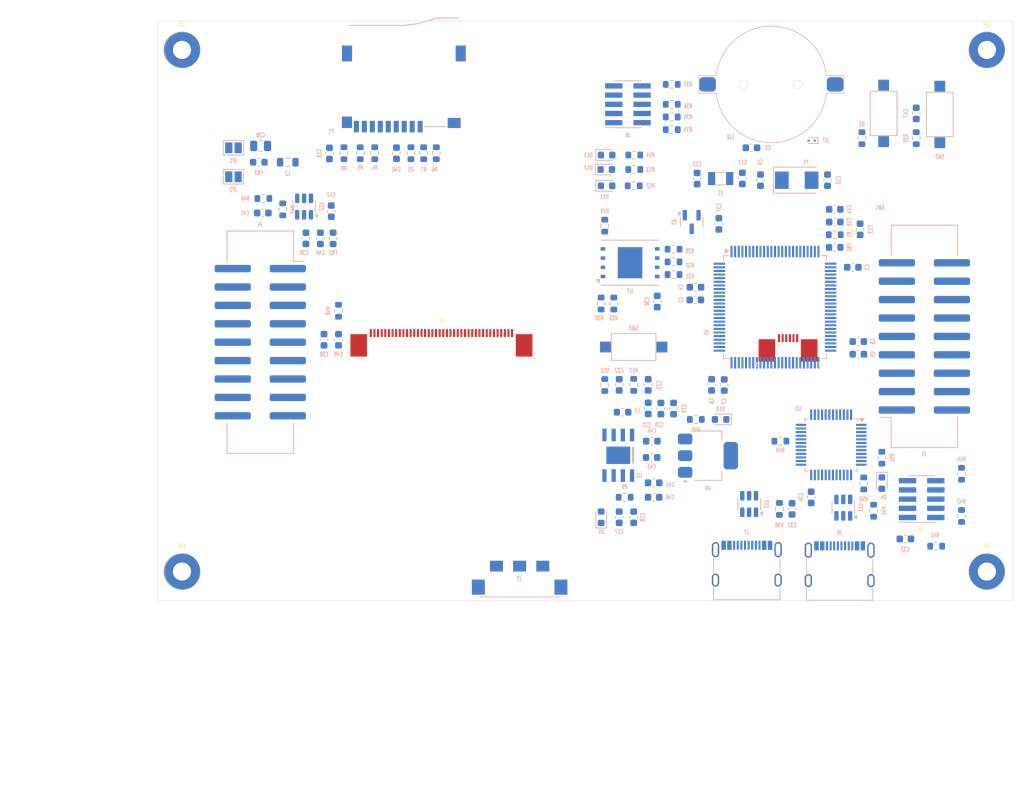
<source format=kicad_pcb>
(kicad_pcb (version 20241229) (generator "pcbnew") (generator_version "9.0")
  (layers (0 "F.Cu" signal) (4 "In1.Cu" signal) (6 "In2.Cu" signal) (2 "B.Cu" signal) (13 "F.Paste" user) (15 "B.Paste" user) (5 "F.SilkS" user "F.Silkscreen") (7 "B.SilkS" user "B.Silkscreen") (1 "F.Mask" user) (3 "B.Mask" user) (25 "Edge.Cuts" user))
  (net 0 "")
  (net 1 "GND")
  (net 2 "Net-(BT1-+)")
  (net 3 "+3.3V")
  (net 4 "Net-(C7-Pad1)")
  (net 5 "Net-(C8-Pad1)")
  (net 6 "PH0-OSC_IN")
  (net 7 "PH1-OSC_OUT")
  (net 8 "PC14-OSC32_IN")
  (net 9 "PC15-OSC32_OUT")
  (net 10 "/MCU/VREF+")
  (net 11 "Net-(U1-VREF+)")
  (net 12 "SD_DET")
  (net 13 "Net-(C17-Pad1)")
  (net 14 "+5VBUS")
  (net 15 "+5V")
  (net 16 "/POWER/VBAT")
  (net 17 "Net-(C23-Pad1)")
  (net 18 "Net-(U1-VBAT)")
  (net 19 "Net-(U12-GND)")
  (net 20 "Net-(JP1-B)")
  (net 21 "Net-(U12-VIN)")
  (net 22 "Net-(U12-CTRL)")
  (net 23 "/DISPLAY/+VLED")
  (net 24 "NRST")
  (net 25 "+3V3")
  (net 26 "Net-(D1-A)")
  (net 27 "Net-(D4-K)")
  (net 28 "Net-(D10-A)")
  (net 29 "Net-(D11-A)")
  (net 30 "Net-(D12-A)")
  (net 31 "Net-(D13-A)")
  (net 32 "LTDC_R5")
  (net 33 "LTDC_B7")
  (net 34 "LTDC_R4")
  (net 35 "LTDC_G4")
  (net 37 "LTDC_R2")
  (net 38 "LTDC_DE")
  (net 39 "LTDC_B4")
  (net 40 "LTDC_R6")
  (net 41 "LTDC_G2")
  (net 42 "LTDC_B5")
  (net 43 "LTDC_G3")
  (net 44 "LTDC_HSYNC")
  (net 45 "DISP")
  (net 47 "LTDC_B2")
  (net 48 "LTDC_R7")
  (net 49 "LTDC_R3")
  (net 51 "/DISPLAY/-VLED")
  (net 52 "LTDC_VSYNC")
  (net 53 "LTDC_B3")
  (net 54 "LTDC_G7")
  (net 55 "LTDC_G6")
  (net 56 "LTDC_CLK")
  (net 57 "LTDC_B6")
  (net 60 "LTDC_G5")
  (net 61 "I2C3_SCL")
  (net 62 "I2C3_SDA")
  (net 64 "TP_INT")
  (net 65 "3.3V")
  (net 66 "TP_RST")
  (net 68 "Net-(J6-Pin_4)")
  (net 69 "Net-(J6-Pin_10)")
  (net 70 "Net-(J6-Pin_2)")
  (net 71 "Net-(J6-Pin_6)")
  (net 75 "/MCU/USBC_P")
  (net 77 "/MCU/USBC_N")
  (net 80 "Net-(J7-VBUS-PadA4)")
  (net 81 "Net-(J8-Pin_10)")
  (net 82 "Net-(J8-Pin_2)")
  (net 83 "Net-(J8-Pin_4)")
  (net 88 "USB_OB_N")
  (net 90 "USB_OB_P")
  (net 91 "Net-(J9-VBUS-PadA4)")
  (net 94 "PD8")
  (net 95 "PE0")
  (net 96 "PD7")
  (net 97 "PE6")
  (net 98 "PD2")
  (net 99 "PD0")
  (net 100 "PE3")
  (net 101 "PD5")
  (net 102 "PD4")
  (net 103 "PE4")
  (net 104 "PD15")
  (net 105 "PD1")
  (net 106 "PD9")
  (net 107 "PE5")
  (net 108 "PE1")
  (net 109 "PD14")
  (net 110 "PC12")
  (net 111 "PA2")
  (net 112 "PC13")
  (net 113 "PC3")
  (net 114 "PA7")
  (net 115 "PA9")
  (net 116 "PC8")
  (net 117 "PC11")
  (net 118 "PC2")
  (net 119 "PC10")
  (net 120 "PA15")
  (net 121 "PC5")
  (net 122 "PC4")
  (net 123 "PA10")
  (net 124 "Net-(U2-SW)")
  (net 125 "Net-(U12-SW)")
  (net 126 "SDMMC2_D3")
  (net 127 "SDMMC2_D1")
  (net 128 "SDMMC2_CK")
  (net 129 "SDMMC2_D0")
  (net 130 "SDMMC2_D2")
  (net 131 "SDMMC2_CMD")
  (net 132 "BOOT0")
  (net 133 "Net-(U2-KEY)")
  (net 134 "Net-(R11-Pad2)")
  (net 135 "Net-(U7-DI(IO0))")
  (net 136 "QUADSPI_BK1_IO0")
  (net 137 "QUADSPI_BK1_IO1")
  (net 138 "Net-(U7-DO(IO1))")
  (net 139 "QUADSPI_BK1_IO2")
  (net 140 "Net-(U7-IO2)")
  (net 141 "Net-(U7-IO3)")
  (net 142 "QUADSPI_BK1_IO3")
  (net 143 "Net-(U7-CLK)")
  (net 144 "QUADSPI_CLK")
  (net 145 "QUADSPI_BK1_NCS")
  (net 146 "SWDIO")
  (net 147 "SWDCLK")
  (net 148 "SWDIO_OB")
  (net 149 "SWDCLK_OB")
  (net 150 "NRST_OB")
  (net 151 "PWM")
  (net 152 "Net-(U3-PA2)")
  (net 153 "Net-(U3-PA0)")
  (net 154 "UART7_CTS")
  (net 155 "USBD_N")
  (net 156 "UART7_RTS")
  (net 157 "UART7_RX")
  (net 158 "UART7_TX")
  (net 159 "USBD_P")
  (footprint "Connector_FFC-FPC:TE_4-1734839-0_1x40-1MP_P0.5mm_Horizontal" (layer "F.Cu") (at 124.708 104.426)
    (property "Reference" "J1" (at 0 -3.1 0) (layer "F.SilkS") (effects (font (size 0.6 0.5))))
    (property "Value" "Conn_01x40_MountingPin")
    (pad "1" smd rect (at -9.75 -1.35) (size 0.3 1.1) (layers "F.Cu" "F.Mask" "F.Paste") (net 51 "/DISPLAY/-VLED"))
    (pad "2" smd rect (at -9.25 -1.35) (size 0.3 1.1) (layers "F.Cu" "F.Mask" "F.Paste") (net 23 "/DISPLAY/+VLED"))
    (pad "3" smd rect (at -8.75 -1.35) (size 0.3 1.1) (layers "F.Cu" "F.Mask" "F.Paste") (net 1 "GND"))
    (pad "4" smd rect (at -8.25 -1.35) (size 0.3 1.1) (layers "F.Cu" "F.Mask" "F.Paste") (net 25 "+3V3"))
    (pad "5" smd rect (at -7.75 -1.35) (size 0.3 1.1) (layers "F.Cu" "F.Mask" "F.Paste") (net 1 "GND"))
    (pad "6" smd rect (at -7.25 -1.35) (size 0.3 1.1) (layers "F.Cu" "F.Mask" "F.Paste") (net 1 "GND"))
    (pad "7" smd rect (at -6.75 -1.35) (size 0.3 1.1) (layers "F.Cu" "F.Mask" "F.Paste") (net 37 "LTDC_R2"))
    (pad "8" smd rect (at -6.25 -1.35) (size 0.3 1.1) (layers "F.Cu" "F.Mask" "F.Paste") (net 49 "LTDC_R3"))
    (pad "9" smd rect (at -5.75 -1.35) (size 0.3 1.1) (layers "F.Cu" "F.Mask" "F.Paste") (net 34 "LTDC_R4"))
    (pad "10" smd rect (at -5.25 -1.35) (size 0.3 1.1) (layers "F.Cu" "F.Mask" "F.Paste") (net 32 "LTDC_R5"))
    (pad "11" smd rect (at -4.75 -1.35) (size 0.3 1.1) (layers "F.Cu" "F.Mask" "F.Paste") (net 40 "LTDC_R6"))
    (pad "12" smd rect (at -4.25 -1.35) (size 0.3 1.1) (layers "F.Cu" "F.Mask" "F.Paste") (net 48 "LTDC_R7"))
    (pad "13" smd rect (at -3.75 -1.35) (size 0.3 1.1) (layers "F.Cu" "F.Mask" "F.Paste") (net 1 "GND"))
    (pad "14" smd rect (at -3.25 -1.35) (size 0.3 1.1) (layers "F.Cu" "F.Mask" "F.Paste") (net 1 "GND"))
    (pad "15" smd rect (at -2.75 -1.35) (size 0.3 1.1) (layers "F.Cu" "F.Mask" "F.Paste") (net 41 "LTDC_G2"))
    (pad "16" smd rect (at -2.25 -1.35) (size 0.3 1.1) (layers "F.Cu" "F.Mask" "F.Paste") (net 43 "LTDC_G3"))
    (pad "17" smd rect (at -1.75 -1.35) (size 0.3 1.1) (layers "F.Cu" "F.Mask" "F.Paste") (net 35 "LTDC_G4"))
    (pad "18" smd rect (at -1.25 -1.35) (size 0.3 1.1) (layers "F.Cu" "F.Mask" "F.Paste") (net 60 "LTDC_G5"))
    (pad "19" smd rect (at -0.75 -1.35) (size 0.3 1.1) (layers "F.Cu" "F.Mask" "F.Paste") (net 55 "LTDC_G6"))
    (pad "20" smd rect (at -0.25 -1.35) (size 0.3 1.1) (layers "F.Cu" "F.Mask" "F.Paste") (net 54 "LTDC_G7"))
    (pad "21" smd rect (at 0.25 -1.35) (size 0.3 1.1) (layers "F.Cu" "F.Mask" "F.Paste") (net 1 "GND"))
    (pad "22" smd rect (at 0.75 -1.35) (size 0.3 1.1) (layers "F.Cu" "F.Mask" "F.Paste") (net 1 "GND"))
    (pad "23" smd rect (at 1.25 -1.35) (size 0.3 1.1) (layers "F.Cu" "F.Mask" "F.Paste") (net 47 "LTDC_B2"))
    (pad "24" smd rect (at 1.75 -1.35) (size 0.3 1.1) (layers "F.Cu" "F.Mask" "F.Paste") (net 53 "LTDC_B3"))
    (pad "25" smd rect (at 2.25 -1.35) (size 0.3 1.1) (layers "F.Cu" "F.Mask" "F.Paste") (net 39 "LTDC_B4"))
    (pad "26" smd rect (at 2.75 -1.35) (size 0.3 1.1) (layers "F.Cu" "F.Mask" "F.Paste") (net 42 "LTDC_B5"))
    (pad "27" smd rect (at 3.25 -1.35) (size 0.3 1.1) (layers "F.Cu" "F.Mask" "F.Paste") (net 57 "LTDC_B6"))
    (pad "28" smd rect (at 3.75 -1.35) (size 0.3 1.1) (layers "F.Cu" "F.Mask" "F.Paste") (net 33 "LTDC_B7"))
    (pad "29" smd rect (at 4.25 -1.35) (size 0.3 1.1) (layers "F.Cu" "F.Mask" "F.Paste") (net 1 "GND"))
    (pad "30" smd rect (at 4.75 -1.35) (size 0.3 1.1) (layers "F.Cu" "F.Mask" "F.Paste") (net 56 "LTDC_CLK"))
    (pad "31" smd rect (at 5.25 -1.35) (size 0.3 1.1) (layers "F.Cu" "F.Mask" "F.Paste") (net 45 "DISP"))
    (pad "32" smd rect (at 5.75 -1.35) (size 0.3 1.1) (layers "F.Cu" "F.Mask" "F.Paste") (net 44 "LTDC_HSYNC"))
    (pad "33" smd rect (at 6.25 -1.35) (size 0.3 1.1) (layers "F.Cu" "F.Mask" "F.Paste") (net 52 "LTDC_VSYNC"))
    (pad "34" smd rect (at 6.75 -1.35) (size 0.3 1.1) (layers "F.Cu" "F.Mask" "F.Paste") (net 38 "LTDC_DE"))
    (pad "35" smd rect (at 7.25 -1.35) (size 0.3 1.1) (layers "F.Cu" "F.Mask" "F.Paste"))
    (pad "36" smd rect (at 7.75 -1.35) (size 0.3 1.1) (layers "F.Cu" "F.Mask" "F.Paste") (net 1 "GND"))
    (pad "37" smd rect (at 8.25 -1.35) (size 0.3 1.1) (layers "F.Cu" "F.Mask" "F.Paste"))
    (pad "38" smd rect (at 8.75 -1.35) (size 0.3 1.1) (layers "F.Cu" "F.Mask" "F.Paste"))
    (pad "39" smd rect (at 9.25 -1.35) (size 0.3 1.1) (layers "F.Cu" "F.Mask" "F.Paste"))
    (pad "40" smd rect (at 9.75 -1.35) (size 0.3 1.1) (layers "F.Cu" "F.Mask" "F.Paste"))
    (pad "MP" smd rect (at -11.42 0.35) (size 2.3 3.1) (layers "F.Cu" "F.Mask" "F.Paste") (net 1 "GND"))
    (pad "MP" smd rect (at 11.42 0.35) (size 2.3 3.1) (layers "F.Cu" "F.Mask" "F.Paste") (net 1 "GND"))
  )
  (footprint "Connector_FFC-FPC:TE_0-1734839-6_1x06-1MP_P0.5mm_Horizontal" (layer "F.Cu") (at 172.558 105.126)
    (property "Reference" "J2" (at 9.218 -15.934 90) (layer "F.SilkS") (effects (font (size 0.6 0.5))))
    (property "Value" "Conn_01x06_MountingPin")
    (pad "1" smd rect (at -1.25 -1.35) (size 0.3 1.1) (layers "F.Cu" "F.Mask" "F.Paste") (net 65 "3.3V"))
    (pad "2" smd rect (at -0.75 -1.35) (size 0.3 1.1) (layers "F.Cu" "F.Mask" "F.Paste") (net 66 "TP_RST"))
    (pad "3" smd rect (at -0.25 -1.35) (size 0.3 1.1) (layers "F.Cu" "F.Mask" "F.Paste") (net 64 "TP_INT"))
    (pad "4" smd rect (at 0.25 -1.35) (size 0.3 1.1) (layers "F.Cu" "F.Mask" "F.Paste") (net 61 "I2C3_SCL"))
    (pad "5" smd rect (at 0.75 -1.35) (size 0.3 1.1) (layers "F.Cu" "F.Mask" "F.Paste") (net 62 "I2C3_SDA"))
    (pad "6" smd rect (at 1.25 -1.35) (size 0.3 1.1) (layers "F.Cu" "F.Mask" "F.Paste") (net 1 "GND"))
    (pad "MP" smd rect (at -2.92 0.35) (size 2.3 3.1) (layers "F.Cu" "F.Mask" "F.Paste"))
    (pad "MP" smd rect (at 2.92 0.35) (size 2.3 3.1) (layers "F.Cu" "F.Mask" "F.Paste"))
  )
  (footprint "MountingHole:MountingHole_2.5mm_Pad" (layer "F.Cu") (at 88.892 63.992)
    (property "Reference" "H1" (at 0 -3.5 0) (layer "F.SilkS") (effects (font (size 0.6 0.5))))
    (property "Value" "MountingHole")
    (pad "1" thru_hole circle (at 0 0) (size 5 5) (drill 2.5) (layers "*.Cu" "*.Mask"))
  )
  (footprint "MountingHole:MountingHole_2.5mm_Pad" (layer "F.Cu") (at 200 63.992)
    (property "Reference" "H2" (at 0 -3.5 0) (layer "F.SilkS") (effects (font (size 0.6 0.5))))
    (property "Value" "MountingHole")
    (pad "1" thru_hole circle (at 0 0) (size 5 5) (drill 2.5) (layers "*.Cu" "*.Mask"))
  )
  (footprint "MountingHole:MountingHole_2.5mm_Pad" (layer "F.Cu") (at 88.892 136)
    (property "Reference" "H3" (at 0 -3.5 0) (layer "F.SilkS") (effects (font (size 0.6 0.5))))
    (property "Value" "MountingHole")
    (pad "1" thru_hole circle (at 0 0) (size 5 5) (drill 2.5) (layers "*.Cu" "*.Mask"))
  )
  (footprint "MountingHole:MountingHole_2.5mm_Pad" (layer "F.Cu") (at 200 136)
    (property "Reference" "H4" (at 0 -3.5 0) (layer "F.SilkS") (effects (font (size 0.6 0.5))))
    (property "Value" "MountingHole")
    (pad "1" thru_hole circle (at 0 0) (size 5 5) (drill 2.5) (layers "*.Cu" "*.Mask"))
  )
  (footprint "Capacitor_SMD:C_0603_1608Metric" (layer "B.Cu") (at 181.5 94)
    (property "Reference" "C3" (at 2 0 90) (layer "B.SilkS") (effects (font (size 0.6 0.4)) (justify mirror)))
    (property "Value" "0.1uF")
    (pad "1" smd roundrect (at -0.775 0) (size 0.9 0.95) (layers "B.Cu" "B.Mask" "B.Paste") (net 3 "+3.3V"))
    (pad "2" smd roundrect (at 0.775 0) (size 0.9 0.95) (layers "B.Cu" "B.Mask" "B.Paste") (net 1 "GND"))
  )
  (footprint "Capacitor_SMD:C_0603_1608Metric" (layer "B.Cu") (at 182.25 106)
    (property "Reference" "C5" (at 2 0 90) (layer "B.SilkS") (effects (font (size 0.6 0.4)) (justify mirror)))
    (property "Value" "0.1uF")
    (pad "1" smd roundrect (at -0.775 0) (size 0.9 0.95) (layers "B.Cu" "B.Mask" "B.Paste") (net 3 "+3.3V"))
    (pad "2" smd roundrect (at 0.775 0) (size 0.9 0.95) (layers "B.Cu" "B.Mask" "B.Paste") (net 1 "GND"))
  )
  (footprint "Capacitor_SMD:C_0603_1608Metric" (layer "B.Cu") (at 153.725 120.25 180)
    (property "Reference" "C43" (at 0 -1.25 0) (layer "B.SilkS") (effects (font (size 0.6 0.4)) (justify mirror)))
    (property "Value" "100nF")
    (pad "1" smd roundrect (at -0.775 0 180) (size 0.9 0.95) (layers "B.Cu" "B.Mask" "B.Paste") (net 15 "+5V"))
    (pad "2" smd roundrect (at 0.775 0 180) (size 0.9 0.95) (layers "B.Cu" "B.Mask" "B.Paste") (net 1 "GND"))
  )
  (footprint "Resistor_SMD:R_0603_1608Metric" (layer "B.Cu") (at 156.75 91.5 180)
    (property "Reference" "R28" (at -2.25 -0.25 0) (layer "B.SilkS") (effects (font (size 0.6 0.4)) (justify mirror)))
    (property "Value" "33R")
    (pad "1" smd roundrect (at -0.825 0 180) (size 0.8 0.95) (layers "B.Cu" "B.Mask" "B.Paste") (net 136 "QUADSPI_BK1_IO0"))
    (pad "2" smd roundrect (at 0.825 0 180) (size 0.8 0.95) (layers "B.Cu" "B.Mask" "B.Paste") (net 135 "Net-(U7-DI(IO0))"))
  )
  (footprint "Capacitor_SMD:C_0603_1608Metric" (layer "B.Cu") (at 179 86 180)
    (property "Reference" "C14" (at -2 0 90) (layer "B.SilkS") (effects (font (size 0.6 0.4)) (justify mirror)))
    (property "Value" "0.1uF")
    (pad "1" smd roundrect (at -0.775 0 180) (size 0.9 0.95) (layers "B.Cu" "B.Mask" "B.Paste") (net 1 "GND"))
    (pad "2" smd roundrect (at 0.775 0 180) (size 0.9 0.95) (layers "B.Cu" "B.Mask" "B.Paste") (net 11 "Net-(U1-VREF+)"))
  )
  (footprint "Capacitor_SMD:C_0603_1608Metric" (layer "B.Cu") (at 154 125.75 180)
    (property "Reference" "C46" (at -2.275 0.01 0) (layer "B.SilkS") (effects (font (size 0.6 0.4)) (justify mirror)))
    (property "Value" "10uF")
    (pad "1" smd roundrect (at -0.775 0 180) (size 0.9 0.95) (layers "B.Cu" "B.Mask" "B.Paste") (net 3 "+3.3V"))
    (pad "2" smd roundrect (at 0.775 0 180) (size 0.9 0.95) (layers "B.Cu" "B.Mask" "B.Paste") (net 1 "GND"))
  )
  (footprint "Capacitor_SMD:C_0603_1608Metric" (layer "B.Cu") (at 168.75 81.975 90)
    (property "Reference" "C9" (at 2.5 0 90) (layer "B.SilkS") (effects (font (size 0.6 0.4)) (justify mirror)))
    (property "Value" "10pF")
    (pad "1" smd roundrect (at -0.775 0 90) (size 0.9 0.95) (layers "B.Cu" "B.Mask" "B.Paste") (net 6 "PH0-OSC_IN"))
    (pad "2" smd roundrect (at 0.775 0 90) (size 0.9 0.95) (layers "B.Cu" "B.Mask" "B.Paste") (net 1 "GND"))
  )
  (footprint "LED_SMD:LED_0603_1608Metric" (layer "B.Cu") (at 163.25 115 180)
    (property "Reference" "D10" (at 0 1.43 0) (layer "B.SilkS") (effects (font (size 0.6 0.4)) (justify mirror)))
    (property "Value" "LED")
    (pad "1" smd roundrect (at -0.7875 0 180) (size 0.875 0.95) (layers "B.Cu" "B.Mask" "B.Paste") (net 1 "GND"))
    (pad "2" smd roundrect (at 0.7875 0 180) (size 0.875 0.95) (layers "B.Cu" "B.Mask" "B.Paste") (net 28 "Net-(D10-A)"))
  )
  (footprint "Resistor_SMD:R_0603_1608Metric" (layer "B.Cu") (at 102.8 86 90)
    (property "Reference" "R47" (at 0 1.43 90) (layer "B.SilkS") (effects (font (size 0.6 0.4)) (justify mirror)))
    (property "Value" "10R")
    (pad "1" smd roundrect (at -0.825 0 90) (size 0.8 0.95) (layers "B.Cu" "B.Mask" "B.Paste") (net 19 "Net-(U12-GND)"))
    (pad "2" smd roundrect (at 0.825 0 90) (size 0.8 0.95) (layers "B.Cu" "B.Mask" "B.Paste") (net 51 "/DISPLAY/-VLED"))
  )
  (footprint "Resistor_SMD:R_0603_1608Metric" (layer "B.Cu") (at 156.75 95 180)
    (property "Reference" "R31" (at -2.25 -0.25 0) (layer "B.SilkS") (effects (font (size 0.6 0.4)) (justify mirror)))
    (property "Value" "33R")
    (pad "1" smd roundrect (at -0.825 0 180) (size 0.8 0.95) (layers "B.Cu" "B.Mask" "B.Paste") (net 142 "QUADSPI_BK1_IO3"))
    (pad "2" smd roundrect (at 0.825 0 180) (size 0.8 0.95) (layers "B.Cu" "B.Mask" "B.Paste") (net 141 "Net-(U7-IO3)"))
  )
  (footprint "Capacitor_SMD:C_0603_1608Metric" (layer "B.Cu") (at 182.25 104.25)
    (property "Reference" "C8" (at 2 0 90) (layer "B.SilkS") (effects (font (size 0.6 0.4)) (justify mirror)))
    (property "Value" "2.2uF")
    (pad "1" smd roundrect (at -0.775 0) (size 0.9 0.95) (layers "B.Cu" "B.Mask" "B.Paste") (net 5 "Net-(C8-Pad1)"))
    (pad "2" smd roundrect (at 0.775 0) (size 0.9 0.95) (layers "B.Cu" "B.Mask" "B.Paste") (net 1 "GND"))
  )
  (footprint "Resistor_SMD:R_0603_1608Metric" (layer "B.Cu") (at 185.5 120.2875 90)
    (property "Reference" "R51" (at 0 1.43 90) (layer "B.SilkS") (effects (font (size 0.6 0.4)) (justify mirror)))
    (property "Value" "220R")
    (pad "1" smd roundrect (at -0.825 0 90) (size 0.8 0.95) (layers "B.Cu" "B.Mask" "B.Paste") (net 27 "Net-(D4-K)"))
    (pad "2" smd roundrect (at 0.825 0 90) (size 0.8 0.95) (layers "B.Cu" "B.Mask" "B.Paste") (net 153 "Net-(U3-PA0)"))
  )
  (footprint "Button_Switch_SMD:SW_SPST_CK_RS282G05A3" (layer "B.Cu") (at 151.25 105 180)
    (property "Reference" "SW3" (at 0 2.6 0) (layer "B.SilkS") (effects (font (size 0.6 0.4)) (justify mirror)))
    (property "Value" "SW_Push")
    (pad "1" smd rect (at -3.9 0 180) (size 1.5 1.5) (layers "B.Cu" "B.Mask" "B.Paste") (net 1 "GND"))
    (pad "2" smd rect (at 3.9 0 180) (size 1.5 1.5) (layers "B.Cu" "B.Mask" "B.Paste") (net 134 "Net-(R11-Pad2)"))
  )
  (footprint "Connector_IDC:IDC-Header_2x09_P2.54mm_Vertical_SMD" (layer "B.Cu") (at 99.7 104.34 180)
    (property "Reference" "J4" (at 0 16.24 180) (layer "B.SilkS") (effects (font (size 0.6 0.4)) (justify mirror)))
    (property "Value" "Conn_02x09_Counter_Clockwise")
    (pad "1" smd roundrect (at -3.8 10.16 180) (size 5 1.02) (layers "B.Cu" "B.Mask" "B.Paste") (net 95 "PE0"))
    (pad "2" smd roundrect (at 3.8 10.16 180) (size 5 1.02) (layers "B.Cu" "B.Mask" "B.Paste") (net 108 "PE1"))
    (pad "3" smd roundrect (at -3.8 7.62 180) (size 5 1.02) (layers "B.Cu" "B.Mask" "B.Paste") (net 100 "PE3"))
    (pad "4" smd roundrect (at 3.8 7.62 180) (size 5 1.02) (layers "B.Cu" "B.Mask" "B.Paste") (net 103 "PE4"))
    (pad "5" smd roundrect (at -3.8 5.08 180) (size 5 1.02) (layers "B.Cu" "B.Mask" "B.Paste") (net 107 "PE5"))
    (pad "6" smd roundrect (at 3.8 5.08 180) (size 5 1.02) (layers "B.Cu" "B.Mask" "B.Paste") (net 97 "PE6"))
    (pad "7" smd roundrect (at -3.8 2.54 180) (size 5 1.02) (layers "B.Cu" "B.Mask" "B.Paste") (net 99 "PD0"))
    (pad "8" smd roundrect (at 3.8 2.54 180) (size 5 1.02) (layers "B.Cu" "B.Mask" "B.Paste") (net 105 "PD1"))
    (pad "9" smd roundrect (at -3.8 0 180) (size 5 1.02) (layers "B.Cu" "B.Mask" "B.Paste") (net 98 "PD2"))
    (pad "10" smd roundrect (at 3.8 0 180) (size 5 1.02) (layers "B.Cu" "B.Mask" "B.Paste") (net 3 "+3.3V"))
    (pad "11" smd roundrect (at -3.8 -2.54 180) (size 5 1.02) (layers "B.Cu" "B.Mask" "B.Paste") (net 3 "+3.3V"))
    (pad "12" smd roundrect (at 3.8 -2.54 180) (size 5 1.02) (layers "B.Cu" "B.Mask" "B.Paste") (net 104 "PD15"))
    (pad "13" smd roundrect (at -3.8 -5.08 180) (size 5 1.02) (layers "B.Cu" "B.Mask" "B.Paste") (net 109 "PD14"))
    (pad "14" smd roundrect (at 3.8 -5.08 180) (size 5 1.02) (layers "B.Cu" "B.Mask" "B.Paste") (net 106 "PD9"))
    (pad "15" smd roundrect (at -3.8 -7.62 180) (size 5 1.02) (layers "B.Cu" "B.Mask" "B.Paste") (net 94 "PD8"))
    (pad "16" smd roundrect (at 3.8 -7.62 180) (size 5 1.02) (layers "B.Cu" "B.Mask" "B.Paste") (net 96 "PD7"))
    (pad "17" smd roundrect (at -3.8 -10.16 180) (size 5 1.02) (layers "B.Cu" "B.Mask" "B.Paste") (net 101 "PD5"))
    (pad "18" smd roundrect (at 3.8 -10.16 180) (size 5 1.02) (layers "B.Cu" "B.Mask" "B.Paste") (net 102 "PD4"))
  )
  (footprint "Resistor_SMD:R_0603_1608Metric" (layer "B.Cu") (at 183 123.825 90)
    (property "Reference" "R50" (at -2.175 0 180) (layer "B.SilkS") (effects (font (size 0.6 0.4)) (justify mirror)))
    (property "Value" "220R")
    (pad "1" smd roundrect (at -0.825 0 90) (size 0.8 0.95) (layers "B.Cu" "B.Mask" "B.Paste") (net 147 "SWDCLK"))
    (pad "2" smd roundrect (at 0.825 0 90) (size 0.8 0.95) (layers "B.Cu" "B.Mask" "B.Paste") (net 152 "Net-(U3-PA2)"))
  )
  (footprint "Capacitor_SMD:C_0603_1608Metric" (layer "B.Cu") (at 178 81.975 90)
    (property "Reference" "C10" (at 0 1.5 90) (layer "B.SilkS") (effects (font (size 0.6 0.4)) (justify mirror)))
    (property "Value" "10pF")
    (pad "1" smd roundrect (at -0.775 0 90) (size 0.9 0.95) (layers "B.Cu" "B.Mask" "B.Paste") (net 7 "PH1-OSC_OUT"))
    (pad "2" smd roundrect (at 0.775 0 90) (size 0.9 0.95) (layers "B.Cu" "B.Mask" "B.Paste") (net 1 "GND"))
  )
  (footprint "Connector_USB:USB_C_Receptacle_G-Switch_GT-USB-7010ASV" (layer "B.Cu") (at 179.68 136.175 180)
    (property "Reference" "J9" (at 0 5.5 0) (layer "B.SilkS") (effects (font (size 0.6 0.4)) (justify mirror)))
    (property "Value" "USB_C_Receptacle_USB2.0")
    (pad "" np_thru_hole circle (at -2.89 2.605 180) (size 0.65 0.65) (drill 0.65) (layers "F&B.Cu" "*.Mask"))
    (pad "" np_thru_hole circle (at 2.89 2.605 180) (size 0.65 0.65) (drill 0.65) (layers "F&B.Cu" "*.Mask"))
    (pad "A1" smd rect (at -3.2 3.725 180) (size 0.6 1.24) (layers "B.Cu" "B.Mask" "B.Paste") (net 1 "GND"))
    (pad "A4" smd rect (at -2.4 3.725 180) (size 0.6 1.24) (layers "B.Cu" "B.Mask" "B.Paste") (net 91 "Net-(J9-VBUS-PadA4)"))
    (pad "A5" smd rect (at -1.25 3.725 180) (size 0.3 1.24) (layers "B.Cu" "B.Mask" "B.Paste"))
    (pad "A6" smd rect (at -0.25 3.725 180) (size 0.3 1.24) (layers "B.Cu" "B.Mask" "B.Paste") (net 90 "USB_OB_P"))
    (pad "A7" smd rect (at 0.25 3.725 180) (size 0.3 1.24) (layers "B.Cu" "B.Mask" "B.Paste") (net 88 "USB_OB_N"))
    (pad "A8" smd rect (at 1.25 3.725 180) (size 0.3 1.24) (layers "B.Cu" "B.Mask" "B.Paste"))
    (pad "A9" smd rect (at 2.4 3.725 180) (size 0.6 1.24) (layers "B.Cu" "B.Mask" "B.Paste") (net 91 "Net-(J9-VBUS-PadA4)"))
    (pad "A12" smd rect (at 3.2 3.725 180) (size 0.6 1.24) (layers "B.Cu" "B.Mask" "B.Paste") (net 1 "GND"))
    (pad "B1" smd rect (at 3.2 3.725 180) (size 0.6 1.24) (layers "B.Cu" "B.Mask" "B.Paste") (net 1 "GND"))
    (pad "B4" smd rect (at 2.4 3.725 180) (size 0.6 1.24) (layers "B.Cu" "B.Mask" "B.Paste") (net 91 "Net-(J9-VBUS-PadA4)"))
    (pad "B5" smd rect (at 1.75 3.725 180) (size 0.3 1.24) (layers "B.Cu" "B.Mask" "B.Paste"))
    (pad "B6" smd rect (at 0.75 3.725 180) (size 0.3 1.24) (layers "B.Cu" "B.Mask" "B.Paste") (net 90 "USB_OB_P"))
    (pad "B7" smd rect (at -0.75 3.725 180) (size 0.3 1.24) (layers "B.Cu" "B.Mask" "B.Paste") (net 88 "USB_OB_N"))
    (pad "B8" smd rect (at -1.75 3.725 180) (size 0.3 1.24) (layers "B.Cu" "B.Mask" "B.Paste"))
    (pad "B9" smd rect (at -2.4 3.725 180) (size 0.6 1.24) (layers "B.Cu" "B.Mask" "B.Paste") (net 91 "Net-(J9-VBUS-PadA4)"))
    (pad "B12" smd rect (at -3.2 3.725 180) (size 0.6 1.24) (layers "B.Cu" "B.Mask" "B.Paste") (net 1 "GND"))
    (pad "S1" thru_hole oval (at -4.32 -1.075 180) (size 1 1.8) (drill oval 0.6 1.4) (property pad_prop_heatsink) (layers "*.Cu" "*.Mask") (net 1 "GND"))
    (pad "S1" thru_hole oval (at -4.32 3.125 180) (size 1 2.1) (drill oval 0.6 1.7) (property pad_prop_heatsink) (layers "*.Cu" "*.Mask") (net 1 "GND"))
    (pad "S1" thru_hole oval (at 4.32 -1.075 180) (size 1 1.8) (drill oval 0.6 1.4) (property pad_prop_heatsink) (layers "*.Cu" "*.Mask") (net 1 "GND"))
    (pad "S1" thru_hole oval (at 4.32 3.125 180) (size 1 2.1) (drill oval 0.6 1.7) (property pad_prop_heatsink) (layers "*.Cu" "*.Mask") (net 1 "GND"))
  )
  (footprint "Resistor_SMD:R_0603_1608Metric" (layer "B.Cu") (at 190.25 76.175 -90)
    (property "Reference" "R39" (at 0 1.43 90) (layer "B.SilkS") (effects (font (size 0.6 0.4)) (justify mirror)))
    (property "Value" "10k")
    (pad "1" smd roundrect (at -0.825 0 270) (size 0.8 0.95) (layers "B.Cu" "B.Mask" "B.Paste") (net 24 "NRST"))
    (pad "2" smd roundrect (at 0.825 0 270) (size 0.8 0.95) (layers "B.Cu" "B.Mask" "B.Paste") (net 3 "+3.3V"))
  )
  (footprint "Inductor_SMD:L_0603_1608Metric" (layer "B.Cu") (at 109.75 90 90)
    (property "Reference" "FB2" (at -2 0 180) (layer "B.SilkS") (effects (font (size 0.6 0.4)) (justify mirror)))
    (property "Value" "600R")
    (pad "1" smd roundrect (at -0.7875 0 90) (size 0.875 0.95) (layers "B.Cu" "B.Mask" "B.Paste") (net 1 "GND"))
    (pad "2" smd roundrect (at 0.7875 0 90) (size 0.875 0.95) (layers "B.Cu" "B.Mask" "B.Paste") (net 19 "Net-(U12-GND)"))
  )
  (footprint "Capacitor_SMD:C_0603_1608Metric" (layer "B.Cu") (at 154.5 98.725 -90)
    (property "Reference" "C36" (at 0 1.43 90) (layer "B.SilkS") (effects (font (size 0.6 0.4)) (justify mirror)))
    (property "Value" "100nF")
    (pad "1" smd roundrect (at -0.775 0 270) (size 0.9 0.95) (layers "B.Cu" "B.Mask" "B.Paste") (net 3 "+3.3V"))
    (pad "2" smd roundrect (at 0.775 0 270) (size 0.9 0.95) (layers "B.Cu" "B.Mask" "B.Paste") (net 1 "GND"))
  )
  (footprint "Resistor_SMD:R_0603_1608Metric" (layer "B.Cu") (at 184.36 127.6 90)
    (property "Reference" "R40" (at 0 1.43 90) (layer "B.SilkS") (effects (font (size 0.6 0.4)) (justify mirror)))
    (property "Value" "100R")
    (pad "1" smd roundrect (at -0.825 0 90) (size 0.8 0.95) (layers "B.Cu" "B.Mask" "B.Paste") (net 91 "Net-(J9-VBUS-PadA4)"))
    (pad "2" smd roundrect (at 0.825 0 90) (size 0.8 0.95) (layers "B.Cu" "B.Mask" "B.Paste") (net 14 "+5VBUS"))
  )
  (footprint "Resistor_SMD:R_0603_1608Metric" (layer "B.Cu") (at 171.36 127.35 90)
    (property "Reference" "R38" (at -2.25 0 180) (layer "B.SilkS") (effects (font (size 0.6 0.4)) (justify mirror)))
    (property "Value" "100R")
    (pad "1" smd roundrect (at -0.825 0 90) (size 0.8 0.95) (layers "B.Cu" "B.Mask" "B.Paste") (net 80 "Net-(J7-VBUS-PadA4)"))
    (pad "2" smd roundrect (at 0.825 0 90) (size 0.8 0.95) (layers "B.Cu" "B.Mask" "B.Paste") (net 14 "+5VBUS"))
  )
  (footprint "Resistor_SMD:R_0603_1608Metric" (layer "B.Cu") (at 151.25 110.225 -90)
    (property "Reference" "R12" (at -1.975 0 180) (layer "B.SilkS") (effects (font (size 0.6 0.4)) (justify mirror)))
    (property "Value" "2R")
    (pad "1" smd roundrect (at -0.825 0 270) (size 0.8 0.95) (layers "B.Cu" "B.Mask" "B.Paste") (net 17 "Net-(C23-Pad1)"))
    (pad "2" smd roundrect (at 0.825 0 270) (size 0.8 0.95) (layers "B.Cu" "B.Mask" "B.Paste") (net 16 "/POWER/VBAT"))
  )
  (footprint "Package_SON:WSON-8-1EP_8x6mm_P1.27mm_EP3.4x4.3mm" (layer "B.Cu") (at 150.75 93.365)
    (property "Reference" "U7" (at 0 3.95 180) (layer "B.SilkS") (effects (font (size 0.6 0.4)) (justify mirror)))
    (property "Value" "W25Q256JVS")
    (pad "1" smd roundrect (at -3.75 1.905) (size 0.65 0.5) (layers "B.Cu" "B.Mask" "B.Paste") (net 145 "QUADSPI_BK1_NCS"))
    (pad "2" smd roundrect (at -3.75 0.635) (size 0.65 0.5) (layers "B.Cu" "B.Mask" "B.Paste") (net 138 "Net-(U7-DO(IO1))"))
    (pad "3" smd roundrect (at -3.75 -0.635) (size 0.65 0.5) (layers "B.Cu" "B.Mask" "B.Paste") (net 140 "Net-(U7-IO2)"))
    (pad "4" smd roundrect (at -3.75 -1.905) (size 0.65 0.5) (layers "B.Cu" "B.Mask" "B.Paste") (net 1 "GND"))
    (pad "5" smd roundrect (at 3.75 -1.905) (size 0.65 0.5) (layers "B.Cu" "B.Mask" "B.Paste") (net 135 "Net-(U7-DI(IO0))"))
    (pad "6" smd roundrect (at 3.75 -0.635) (size 0.65 0.5) (layers "B.Cu" "B.Mask" "B.Paste") (net 143 "Net-(U7-CLK)"))
    (pad "7" smd roundrect (at 3.75 0.635) (size 0.65 0.5) (layers "B.Cu" "B.Mask" "B.Paste") (net 141 "Net-(U7-IO3)"))
    (pad "8" smd roundrect (at 3.75 1.905) (size 0.65 0.5) (layers "B.Cu" "B.Mask" "B.Paste") (net 3 "+3.3V"))
    (pad "9" smd rect (at 0 0) (size 3.4 4.3) (property pad_prop_heatsink) (layers "B.Cu" "B.Mask"))
  )
  (footprint "Capacitor_SMD:C_0805_2012Metric" (layer "B.Cu") (at 99.75 77.25)
    (property "Reference" "C38" (at 0 -1.5 180) (layer "B.SilkS") (effects (font (size 0.6 0.4)) (justify mirror)))
    (property "Value" "10uF")
    (pad "1" smd roundrect (at -0.95 0) (size 1 1.45) (layers "B.Cu" "B.Mask" "B.Paste") (net 20 "Net-(JP1-B)"))
    (pad "2" smd roundrect (at 0.95 0) (size 1 1.45) (layers "B.Cu" "B.Mask" "B.Paste") (net 19 "Net-(U12-GND)"))
  )
  (footprint "Resistor_SMD:R_0603_1608Metric" (layer "B.Cu") (at 193 132.5)
    (property "Reference" "R41" (at -0.175 -1.5 0) (layer "B.SilkS") (effects (font (size 0.6 0.4)) (justify mirror)))
    (property "Value" "22R")
    (pad "1" smd roundrect (at -0.825 0) (size 0.8 0.95) (layers "B.Cu" "B.Mask" "B.Paste") (net 148 "SWDIO_OB"))
    (pad "2" smd roundrect (at 0.825 0) (size 0.8 0.95) (layers "B.Cu" "B.Mask" "B.Paste") (net 82 "Net-(J8-Pin_2)"))
  )
  (footprint "Capacitor_SMD:C_0603_1608Metric" (layer "B.Cu") (at 159.775 96.75 180)
    (property "Reference" "C4" (at 2 0 90) (layer "B.SilkS") (effects (font (size 0.6 0.4)) (justify mirror)))
    (property "Value" "0.1uF")
    (pad "1" smd roundrect (at -0.775 0 180) (size 0.9 0.95) (layers "B.Cu" "B.Mask" "B.Paste") (net 3 "+3.3V"))
    (pad "2" smd roundrect (at 0.775 0 180) (size 0.9 0.95) (layers "B.Cu" "B.Mask" "B.Paste") (net 1 "GND"))
  )
  (footprint "Crystal:Crystal_SMD_Abracon_ABM3-2Pin_5.0x3.2mm" (layer "B.Cu") (at 173.75 81.975)
    (property "Reference" "Y1" (at 1.25 -2.5 180) (layer "B.SilkS") (effects (font (size 0.6 0.4)) (justify mirror)))
    (property "Value" "8MHz")
    (pad "1" smd rect (at -2.05 0) (size 1.9 2.4) (layers "B.Cu" "B.Mask" "B.Paste") (net 6 "PH0-OSC_IN"))
    (pad "2" smd rect (at 2.05 0) (size 1.9 2.4) (layers "B.Cu" "B.Mask" "B.Paste") (net 7 "PH1-OSC_OUT"))
  )
  (footprint "Package_TO_SOT_SMD:SOT-223-3_TabPin2" (layer "B.Cu") (at 161.5 120)
    (property "Reference" "U9" (at 0 4.5 0) (layer "B.SilkS") (effects (font (size 0.6 0.4)) (justify mirror)))
    (property "Value" "AMS1117-3.3")
    (pad "1" smd roundrect (at -3.15 2.3) (size 2 1.5) (layers "B.Cu" "B.Mask" "B.Paste") (net 1 "GND"))
    (pad "2" smd roundrect (at -3.15 0) (size 2 1.5) (layers "B.Cu" "B.Mask" "B.Paste") (net 3 "+3.3V"))
    (pad "2" smd roundrect (at 3.15 0) (size 2 3.8) (layers "B.Cu" "B.Mask" "B.Paste") (net 3 "+3.3V"))
    (pad "3" smd roundrect (at -3.15 -2.3) (size 2 1.5) (layers "B.Cu" "B.Mask" "B.Paste") (net 15 "+5V"))
  )
  (footprint "Package_TO_SOT_SMD:SOT-23-6" (layer "B.Cu") (at 167.18 126.675 90)
    (property "Reference" "U10" (at 0 2.4 90) (layer "B.SilkS") (effects (font (size 0.6 0.4)) (justify mirror)))
    (property "Value" "USBLC6-2SC6")
    (pad "1" smd roundrect (at -1.1375 0.95 90) (size 1.325 0.6) (layers "B.Cu" "B.Mask" "B.Paste") (net 77 "/MCU/USBC_N"))
    (pad "2" smd roundrect (at -1.1375 0 90) (size 1.325 0.6) (layers "B.Cu" "B.Mask" "B.Paste") (net 1 "GND"))
    (pad "3" smd roundrect (at -1.1375 -0.95 90) (size 1.325 0.6) (layers "B.Cu" "B.Mask" "B.Paste") (net 75 "/MCU/USBC_P"))
    (pad "4" smd roundrect (at 1.1375 -0.95 90) (size 1.325 0.6) (layers "B.Cu" "B.Mask" "B.Paste") (net 159 "USBD_P"))
    (pad "5" smd roundrect (at 1.1375 0 90) (size 1.325 0.6) (layers "B.Cu" "B.Mask" "B.Paste") (net 14 "+5VBUS"))
    (pad "6" smd roundrect (at 1.1375 0.95 90) (size 1.325 0.6) (layers "B.Cu" "B.Mask" "B.Paste") (net 155 "USBD_N"))
  )
  (footprint "Package_QFP:LQFP-100_14x14mm_P0.5mm" (layer "B.Cu") (at 170.75 99.5 -90)
    (property "Reference" "U1" (at 3.5 9.5 90) (layer "B.SilkS") (effects (font (size 0.6 0.4)) (justify mirror)))
    (property "Value" "STM32H750VBTx")
    (pad "1" smd roundrect (at -7.675 6 270) (size 1.6 0.3) (layers "B.Cu" "B.Mask" "B.Paste") (net 139 "QUADSPI_BK1_IO2"))
    (pad "2" smd roundrect (at -7.675 5.5 270) (size 1.6 0.3) (layers "B.Cu" "B.Mask" "B.Paste") (net 100 "PE3"))
    (pad "3" smd roundrect (at -7.675 5 270) (size 1.6 0.3) (layers "B.Cu" "B.Mask" "B.Paste") (net 103 "PE4"))
    (pad "4" smd roundrect (at -7.675 4.5 270) (size 1.6 0.3) (layers "B.Cu" "B.Mask" "B.Paste") (net 107 "PE5"))
    (pad "5" smd roundrect (at -7.675 4 270) (size 1.6 0.3) (layers "B.Cu" "B.Mask" "B.Paste") (net 97 "PE6"))
    (pad "6" smd roundrect (at -7.675 3.5 270) (size 1.6 0.3) (layers "B.Cu" "B.Mask" "B.Paste") (net 18 "Net-(U1-VBAT)"))
    (pad "7" smd roundrect (at -7.675 3 270) (size 1.6 0.3) (layers "B.Cu" "B.Mask" "B.Paste") (net 112 "PC13"))
    (pad "8" smd roundrect (at -7.675 2.5 270) (size 1.6 0.3) (layers "B.Cu" "B.Mask" "B.Paste") (net 8 "PC14-OSC32_IN"))
    (pad "9" smd roundrect (at -7.675 2 270) (size 1.6 0.3) (layers "B.Cu" "B.Mask" "B.Paste") (net 9 "PC15-OSC32_OUT"))
    (pad "10" smd roundrect (at -7.675 1.5 270) (size 1.6 0.3) (layers "B.Cu" "B.Mask" "B.Paste") (net 1 "GND"))
    (pad "11" smd roundrect (at -7.675 1 270) (size 1.6 0.3) (layers "B.Cu" "B.Mask" "B.Paste") (net 3 "+3.3V"))
    (pad "12" smd roundrect (at -7.675 0.5 270) (size 1.6 0.3) (layers "B.Cu" "B.Mask" "B.Paste") (net 6 "PH0-OSC_IN"))
    (pad "13" smd roundrect (at -7.675 0 270) (size 1.6 0.3) (layers "B.Cu" "B.Mask" "B.Paste") (net 7 "PH1-OSC_OUT"))
    (pad "14" smd roundrect (at -7.675 -0.5 270) (size 1.6 0.3) (layers "B.Cu" "B.Mask" "B.Paste") (net 24 "NRST"))
    (pad "15" smd roundrect (at -7.675 -1 270) (size 1.6 0.3) (layers "B.Cu" "B.Mask" "B.Paste") (net 32 "LTDC_R5"))
    (pad "16" smd roundrect (at -7.675 -1.5 270) (size 1.6 0.3) (layers "B.Cu" "B.Mask" "B.Paste") (net 128 "SDMMC2_CK"))
    (pad "17" smd roundrect (at -7.675 -2 270) (size 1.6 0.3) (layers "B.Cu" "B.Mask" "B.Paste") (net 118 "PC2"))
    (pad "18" smd roundrect (at -7.675 -2.5 270) (size 1.6 0.3) (layers "B.Cu" "B.Mask" "B.Paste") (net 113 "PC3"))
    (pad "19" smd roundrect (at -7.675 -3 270) (size 1.6 0.3) (layers "B.Cu" "B.Mask" "B.Paste") (net 1 "GND"))
    (pad "20" smd roundrect (at -7.675 -3.5 270) (size 1.6 0.3) (layers "B.Cu" "B.Mask" "B.Paste") (net 11 "Net-(U1-VREF+)"))
    (pad "21" smd roundrect (at -7.675 -4 270) (size 1.6 0.3) (layers "B.Cu" "B.Mask" "B.Paste") (net 10 "/MCU/VREF+"))
    (pad "22" smd roundrect (at -7.675 -4.5 270) (size 1.6 0.3) (layers "B.Cu" "B.Mask" "B.Paste") (net 131 "SDMMC2_CMD"))
    (pad "23" smd roundrect (at -7.675 -5 270) (size 1.6 0.3) (layers "B.Cu" "B.Mask" "B.Paste") (net 37 "LTDC_R2"))
    (pad "24" smd roundrect (at -7.675 -5.5 270) (size 1.6 0.3) (layers "B.Cu" "B.Mask" "B.Paste") (net 111 "PA2"))
    (pad "25" smd roundrect (at -7.675 -6 270) (size 1.6 0.3) (layers "B.Cu" "B.Mask" "B.Paste") (net 42 "LTDC_B5"))
    (pad "26" smd roundrect (at -6 -7.675 270) (size 0.3 1.6) (layers "B.Cu" "B.Mask" "B.Paste") (net 1 "GND"))
    (pad "27" smd roundrect (at -5.5 -7.675 270) (size 0.3 1.6) (layers "B.Cu" "B.Mask" "B.Paste") (net 3 "+3.3V"))
    (pad "28" smd roundrect (at -5 -7.675 270) (size 0.3 1.6) (layers "B.Cu" "B.Mask" "B.Paste") (net 52 "LTDC_VSYNC"))
    (pad "29" smd roundrect (at -4.5 -7.675 270) (size 0.3 1.6) (layers "B.Cu" "B.Mask" "B.Paste") (net 34 "LTDC_R4"))
    (pad "30" smd roundrect (at -4 -7.675 270) (size 0.3 1.6) (layers "B.Cu" "B.Mask" "B.Paste") (net 41 "LTDC_G2"))
    (pad "31" smd roundrect (at -3.5 -7.675 270) (size 0.3 1.6) (layers "B.Cu" "B.Mask" "B.Paste") (net 114 "PA7"))
    (pad "32" smd roundrect (at -3 -7.675 270) (size 0.3 1.6) (layers "B.Cu" "B.Mask" "B.Paste") (net 122 "PC4"))
    (pad "33" smd roundrect (at -2.5 -7.675 270) (size 0.3 1.6) (layers "B.Cu" "B.Mask" "B.Paste") (net 121 "PC5"))
    (pad "34" smd roundrect (at -2 -7.675 270) (size 0.3 1.6) (layers "B.Cu" "B.Mask" "B.Paste") (net 49 "LTDC_R3"))
    (pad "35" smd roundrect (at -1.5 -7.675 270) (size 0.3 1.6) (layers "B.Cu" "B.Mask" "B.Paste") (net 40 "LTDC_R6"))
    (pad "36" smd roundrect (at -1 -7.675 270) (size 0.3 1.6) (layers "B.Cu" "B.Mask" "B.Paste") (net 144 "QUADSPI_CLK"))
    (pad "37" smd roundrect (at -0.5 -7.675 270) (size 0.3 1.6) (layers "B.Cu" "B.Mask" "B.Paste") (net 157 "UART7_RX"))
    (pad "38" smd roundrect (at 0 -7.675 270) (size 0.3 1.6) (layers "B.Cu" "B.Mask" "B.Paste") (net 158 "UART7_TX"))
    (pad "39" smd roundrect (at 0.5 -7.675 270) (size 0.3 1.6) (layers "B.Cu" "B.Mask" "B.Paste") (net 156 "UART7_RTS"))
    (pad "40" smd roundrect (at 1 -7.675 270) (size 0.3 1.6) (layers "B.Cu" "B.Mask" "B.Paste") (net 154 "UART7_CTS"))
    (pad "41" smd roundrect (at 1.5 -7.675 270) (size 0.3 1.6) (layers "B.Cu" "B.Mask" "B.Paste") (net 43 "LTDC_G3"))
    (pad "42" smd roundrect (at 2 -7.675 270) (size 0.3 1.6) (layers "B.Cu" "B.Mask" "B.Paste") (net 39 "LTDC_B4"))
    (pad "43" smd roundrect (at 2.5 -7.675 270) (size 0.3 1.6) (layers "B.Cu" "B.Mask" "B.Paste") (net 38 "LTDC_DE"))
    (pad "44" smd roundrect (at 3 -7.675 270) (size 0.3 1.6) (layers "B.Cu" "B.Mask" "B.Paste") (net 56 "LTDC_CLK"))
    (pad "45" smd roundrect (at 3.5 -7.675 270) (size 0.3 1.6) (layers "B.Cu" "B.Mask" "B.Paste") (net 48 "LTDC_R7"))
    (pad "46" smd roundrect (at 4 -7.675 270) (size 0.3 1.6) (layers "B.Cu" "B.Mask" "B.Paste") (net 35 "LTDC_G4"))
    (pad "47" smd roundrect (at 4.5 -7.675 270) (size 0.3 1.6) (layers "B.Cu" "B.Mask" "B.Paste") (net 60 "LTDC_G5"))
    (pad "48" smd roundrect (at 5 -7.675 270) (size 0.3 1.6) (layers "B.Cu" "B.Mask" "B.Paste") (net 5 "Net-(C8-Pad1)"))
    (pad "49" smd roundrect (at 5.5 -7.675 270) (size 0.3 1.6) (layers "B.Cu" "B.Mask" "B.Paste") (net 1 "GND"))
    (pad "50" smd roundrect (at 6 -7.675 270) (size 0.3 1.6) (layers "B.Cu" "B.Mask" "B.Paste") (net 3 "+3.3V"))
    (pad "51" smd roundrect (at 7.675 -6 270) (size 1.6 0.3) (layers "B.Cu" "B.Mask" "B.Paste") (net 66 "TP_RST"))
    (pad "52" smd roundrect (at 7.675 -5.5 270) (size 1.6 0.3) (layers "B.Cu" "B.Mask" "B.Paste") (net 64 "TP_INT"))
    (pad "53" smd roundrect (at 7.675 -5 270) (size 1.6 0.3) (layers "B.Cu" "B.Mask" "B.Paste") (net 129 "SDMMC2_D0"))
    (pad "54" smd roundrect (at 7.675 -4.5 270) (size 1.6 0.3) (layers "B.Cu" "B.Mask" "B.Paste") (net 127 "SDMMC2_D1"))
    (pad "55" smd roundrect (at 7.675 -4 270) (size 1.6 0.3) (layers "B.Cu" "B.Mask" "B.Paste") (net 94 "PD8"))
    (pad "56" smd roundrect (at 7.675 -3.5 270) (size 1.6 0.3) (layers "B.Cu" "B.Mask" "B.Paste") (net 106 "PD9"))
    (pad "57" smd roundrect (at 7.675 -3 270) (size 1.6 0.3) (layers "B.Cu" "B.Mask" "B.Paste") (net 53 "LTDC_B3"))
    (pad "58" smd roundrect (at 7.675 -2.5 270) (size 1.6 0.3) (layers "B.Cu" "B.Mask" "B.Paste") (net 136 "QUADSPI_BK1_IO0"))
    (pad "59" smd roundrect (at 7.675 -2 270) (size 1.6 0.3) (layers "B.Cu" "B.Mask" "B.Paste") (net 137 "QUADSPI_BK1_IO1"))
    (pad "60" smd roundrect (at 7.675 -1.5 270) (size 1.6 0.3) (layers "B.Cu" "B.Mask" "B.Paste") (net 142 "QUADSPI_BK1_IO3"))
    (pad "61" smd roundrect (at 7.675 -1 270) (size 1.6 0.3) (layers "B.Cu" "B.Mask" "B.Paste") (net 109 "PD14"))
    (pad "62" smd roundrect (at 7.675 -0.5 270) (size 1.6 0.3) (layers "B.Cu" "B.Mask" "B.Paste") (net 104 "PD15"))
    (pad "63" smd roundrect (at 7.675 0 270) (size 1.6 0.3) (layers "B.Cu" "B.Mask" "B.Paste") (net 44 "LTDC_HSYNC"))
    (pad "64" smd roundrect (at 7.675 0.5 270) (size 1.6 0.3) (layers "B.Cu" "B.Mask" "B.Paste") (net 55 "LTDC_G6"))
    (pad "65" smd roundrect (at 7.675 1 270) (size 1.6 0.3) (layers "B.Cu" "B.Mask" "B.Paste") (net 116 "PC8"))
    (pad "66" smd roundrect (at 7.675 1.5 270) (size 1.6 0.3) (layers "B.Cu" "B.Mask" "B.Paste") (net 62 "I2C3_SDA"))
    (pad "67" smd roundrect (at 7.675 2 270) (size 1.6 0.3) (layers "B.Cu" "B.Mask" "B.Paste") (net 61 "I2C3_SCL"))
    (pad "68" smd roundrect (at 7.675 2.5 270) (size 1.6 0.3) (layers "B.Cu" "B.Mask" "B.Paste") (net 115 "PA9"))
    (pad "69" smd roundrect (at 7.675 3 270) (size 1.6 0.3) (layers "B.Cu" "B.Mask" "B.Paste") (net 123 "PA10"))
    (pad "70" smd roundrect (at 7.675 3.5 270) (size 1.6 0.3) (layers "B.Cu" "B.Mask" "B.Paste") (net 155 "USBD_N"))
    (pad "71" smd roundrect (at 7.675 4 270) (size 1.6 0.3) (layers "B.Cu" "B.Mask" "B.Paste") (net 159 "USBD_P"))
    (pad "72" smd roundrect (at 7.675 4.5 270) (size 1.6 0.3) (layers "B.Cu" "B.Mask" "B.Paste") (net 146 "SWDIO"))
    (pad "73" smd roundrect (at 7.675 5 270) (size 1.6 0.3) (layers "B.Cu" "B.Mask" "B.Paste") (net 4 "Net-(C7-Pad1)"))
    (pad "74" smd roundrect (at 7.675 5.5 270) (size 1.6 0.3) (layers "B.Cu" "B.Mask" "B.Paste") (net 1 "GND"))
    (pad "75" smd roundrect (at 7.675 6 270) (size 1.6 0.3) (layers "B.Cu" "B.Mask" "B.Paste") (net 3 "+3.3V"))
    (pad "76" smd roundrect (at 6 7.675 270) (size 0.3 1.6) (layers "B.Cu" "B.Mask" "B.Paste") (net 147 "SWDCLK"))
    (pad "77" smd roundrect (at 5.5 7.675 270) (size 0.3 1.6) (layers "B.Cu" "B.Mask" "B.Paste") (net 120 "PA15"))
    (pad "78" smd roundrect (at 5 7.675 270) (size 0.3 1.6) (layers "B.Cu" "B.Mask" "B.Paste") (net 119 "PC10"))
    (pad "79" smd roundrect (at 4.5 7.675 270) (size 0.3 1.6) (layers "B.Cu" "B.Mask" "B.Paste") (net 117 "PC11"))
    (pad "80" smd roundrect (at 4 7.675 270) (size 0.3 1.6) (layers "B.Cu" "B.Mask" "B.Paste") (net 110 "PC12"))
    (pad "81" smd roundrect (at 3.5 7.675 270) (size 0.3 1.6) (layers "B.Cu" "B.Mask" "B.Paste") (net 99 "PD0"))
    (pad "82" smd roundrect (at 3 7.675 270) (size 0.3 1.6) (layers "B.Cu" "B.Mask" "B.Paste") (net 105 "PD1"))
    (pad "83" smd roundrect (at 2.5 7.675 270) (size 0.3 1.6) (layers "B.Cu" "B.Mask" "B.Paste") (net 98 "PD2"))
    (pad "84" smd roundrect (at 2 7.675 270) (size 0.3 1.6) (layers "B.Cu" "B.Mask" "B.Paste") (net 54 "LTDC_G7"))
    (pad "85" smd roundrect (at 1.5 7.675 270) (size 0.3 1.6) (layers "B.Cu" "B.Mask" "B.Paste") (net 102 "PD4"))
    (pad "86" smd roundrect (at 1 7.675 270) (size 0.3 1.6) (layers "B.Cu" "B.Mask" "B.Paste") (net 101 "PD5"))
    (pad "87" smd roundrect (at 0.5 7.675 270) (size 0.3 1.6) (layers "B.Cu" "B.Mask" "B.Paste") (net 47 "LTDC_B2"))
    (pad "88" smd roundrect (at 0 7.675 270) (size 0.3 1.6) (layers "B.Cu" "B.Mask" "B.Paste") (net 96 "PD7"))
    (pad "89" smd roundrect (at -0.5 7.675 270) (size 0.3 1.6) (layers "B.Cu" "B.Mask" "B.Paste") (net 130 "SDMMC2_D2"))
    (pad "90" smd roundrect (at -1 7.675 270) (size 0.3 1.6) (layers "B.Cu" "B.Mask" "B.Paste") (net 126 "SDMMC2_D3"))
    (pad "91" smd roundrect (at -1.5 7.675 270) (size 0.3 1.6) (layers "B.Cu" "B.Mask" "B.Paste") (net 12 "SD_DET"))
    (pad "92" smd roundrect (at -2 7.675 270) (size 0.3 1.6) (layers "B.Cu" "B.Mask" "B.Paste") (net 145 "QUADSPI_BK1_NCS"))
    (pad "93" smd roundrect (at -2.5 7.675 270) (size 0.3 1.6) (layers "B.Cu" "B.Mask" "B.Paste") (net 151 "PWM"))
    (pad "94" smd roundrect (at -3 7.675 270) (size 0.3 1.6) (layers "B.Cu" "B.Mask" "B.Paste") (net 132 "BOOT0"))
    (pad "95" smd roundrect (at -3.5 7.675 270) (size 0.3 1.6) (layers "B.Cu" "B.Mask" "B.Paste") (net 57 "LTDC_B6"))
    (pad "96" smd roundrect (at -4 7.675 270) (size 0.3 1.6) (layers "B.Cu" "B.Mask" "B.Paste") (net 33 "LTDC_B7"))
    (pad "97" smd roundrect (at -4.5 7.675 270) (size 0.3 1.6) (layers "B.Cu" "B.Mask" "B.Paste") (net 95 "PE0"))
    (pad "98" smd roundrect (at -5 7.675 270) (size 0.3 1.6) (layers "B.Cu" "B.Mask" "B.Paste") (net 108 "PE1"))
    (pad "99" smd roundrect (at -5.5 7.675 270) (size 0.3 1.6) (layers "B.Cu" "B.Mask" "B.Paste") (net 1 "GND"))
    (pad "100" smd roundrect (at -6 7.675 270) (size 0.3 1.6) (layers "B.Cu" "B.Mask" "B.Paste") (net 3 "+3.3V"))
  )
  (footprint "Resistor_SMD:R_0603_1608Metric" (layer "B.Cu") (at 113.5 78.25 90)
    (property "Reference" "R5" (at -2 0 180) (layer "B.SilkS") (effects (font (size 0.6 0.4)) (justify mirror)))
    (property "Value" "47k")
    (pad "1" smd roundrect (at -0.825 0 90) (size 0.8 0.95) (layers "B.Cu" "B.Mask" "B.Paste") (net 3 "+3.3V"))
    (pad "2" smd roundrect (at 0.825 0 90) (size 0.8 0.95) (layers "B.Cu" "B.Mask" "B.Paste") (net 127 "SDMMC2_D1"))
  )
  (footprint "Capacitor_SMD:C_0603_1608Metric" (layer "B.Cu") (at 153.75 118 180)
    (property "Reference" "C44" (at 0 1.43 0) (layer "B.SilkS") (effects (font (size 0.6 0.4)) (justify mirror)))
    (property "Value" "10uF")
    (pad "1" smd roundrect (at -0.775 0 180) (size 0.9 0.95) (layers "B.Cu" "B.Mask" "B.Paste") (net 15 "+5V"))
    (pad "2" smd roundrect (at 0.775 0 180) (size 0.9 0.95) (layers "B.Cu" "B.Mask" "B.Paste") (net 1 "GND"))
  )
  (footprint "BS-12-B-___002:BS-12-B-1A" (layer "B.Cu") (at 170.25 68.75)
    (property "Reference" "BT1" (at -5.6 7.2 180) (layer "B.SilkS") (effects (font (size 0.6 0.4) (thickness 0.1)) (justify mirror)))
    (property "Value" "3V")
    (fp_circle (center -3.8 0) (end -4.4 0) (stroke (width 0.05)) (fill no) (layer "Edge.Cuts"))
    (fp_circle (center 3.6 0) (end 3 0) (stroke (width 0.05)) (fill no) (layer "Edge.Cuts"))
    (pad "1" smd roundrect (at -8.8 0) (size 2.286 2) (layers "B.Cu" "B.Mask" "B.Paste") (net 2 "Net-(BT1-+)"))
    (pad "2" smd roundrect (at 8.8 0) (size 2.286 2) (layers "B.Cu" "B.Mask" "B.Paste") (net 1 "GND"))
  )
  (footprint "Resistor_SMD:R_0603_1608Metric" (layer "B.Cu") (at 146.75 99 90)
    (property "Reference" "R30" (at -2 -0.25 180) (layer "B.SilkS") (effects (font (size 0.6 0.4)) (justify mirror)))
    (property "Value" "33R")
    (pad "1" smd roundrect (at -0.825 0 90) (size 0.8 0.95) (layers "B.Cu" "B.Mask" "B.Paste") (net 139 "QUADSPI_BK1_IO2"))
    (pad "2" smd roundrect (at 0.825 0 90) (size 0.8 0.95) (layers "B.Cu" "B.Mask" "B.Paste") (net 140 "Net-(U7-IO2)"))
  )
  (footprint "Capacitor_SMD:C_0603_1608Metric" (layer "B.Cu") (at 110.5 104 -90)
    (property "Reference" "C49" (at 2 0 180) (layer "B.SilkS") (effects (font (size 0.6 0.4)) (justify mirror)))
    (property "Value" "100nF")
    (pad "1" smd roundrect (at -0.775 0 270) (size 0.9 0.95) (layers "B.Cu" "B.Mask" "B.Paste") (net 25 "+3V3"))
    (pad "2" smd roundrect (at 0.775 0 270) (size 0.9 0.95) (layers "B.Cu" "B.Mask" "B.Paste") (net 1 "GND"))
  )
  (footprint "IP5306:SOP8-P" (layer "B.Cu") (at 149.115 119.95 180)
    (property "Reference" "U2" (at -2.885 -2.8 0) (layer "B.SilkS") (effects (font (size 0.6 0.4)) (justify mirror)))
    (property "Value" "IP5306")
    (pad "1" smd rect (at -1.905 -2.8 180) (size 0.6 1.75) (layers "B.Cu" "B.Mask" "B.Paste") (net 14 "+5VBUS"))
    (pad "2" smd rect (at -0.635 -2.8 180) (size 0.6 1.75) (layers "B.Cu" "B.Mask" "B.Paste") (net 26 "Net-(D1-A)"))
    (pad "3" smd rect (at 0.635 -2.8 180) (size 0.6 1.75) (layers "B.Cu" "B.Mask" "B.Paste") (net 16 "/POWER/VBAT"))
    (pad "4" smd rect (at 1.905 -2.8 180) (size 0.6 1.75) (layers "B.Cu" "B.Mask" "B.Paste") (net 16 "/POWER/VBAT"))
    (pad "5" smd rect (at 1.905 2.8 180) (size 0.6 1.75) (layers "B.Cu" "B.Mask" "B.Paste") (net 133 "Net-(U2-KEY)"))
    (pad "6" smd rect (at 0.635 2.8 180) (size 0.6 1.75) (layers "B.Cu" "B.Mask" "B.Paste") (net 16 "/POWER/VBAT"))
    (pad "7" smd rect (at -0.635 2.8 180) (size 0.6 1.75) (layers "B.Cu" "B.Mask" "B.Paste") (net 124 "Net-(U2-SW)"))
    (pad "8" smd rect (at -1.905 2.8 180) (size 0.6 1.75) (layers "B.Cu" "B.Mask" "B.Paste") (net 15 "+5V"))
    (pad "EXP" smd rect (at 0 0 180) (size 3.3 2.41) (layers "B.Cu" "B.Mask") (net 1 "GND"))
  )
  (footprint "LED_SMD:LED_0603_1608Metric" (layer "B.Cu") (at 147.5 78.5)
    (property "Reference" "D13" (at -2.5 0 180) (layer "B.SilkS") (effects (font (size 0.6 0.4)) (justify mirror)))
    (property "Value" "LED")
    (pad "1" smd roundrect (at -0.7875 0) (size 0.875 0.95) (layers "B.Cu" "B.Mask" "B.Paste") (net 1 "GND"))
    (pad "2" smd roundrect (at 0.7875 0) (size 0.875 0.95) (layers "B.Cu" "B.Mask" "B.Paste") (net 31 "Net-(D13-A)"))
  )
  (footprint "Capacitor_SMD:C_0603_1608Metric" (layer "B.Cu") (at 149.25 128.5 -90)
    (property "Reference" "C17" (at 2 0 180) (layer "B.SilkS") (effects (font (size 0.6 0.4)) (justify mirror)))
    (property "Value" "10uF")
    (pad "1" smd roundrect (at -0.775 0 270) (size 0.9 0.95) (layers "B.Cu" "B.Mask" "B.Paste") (net 13 "Net-(C17-Pad1)"))
    (pad "2" smd roundrect (at 0.775 0 270) (size 0.9 0.95) (layers "B.Cu" "B.Mask" "B.Paste") (net 1 "GND"))
  )
  (footprint "Capacitor_SMD:C_0603_1608Metric" (layer "B.Cu") (at 153.25 113.475 90)
    (property "Reference" "C21" (at -2.275 -0.25 180) (layer "B.SilkS") (effects (font (size 0.6 0.4)) (justify mirror)))
    (property "Value" "22uF")
    (pad "1" smd roundrect (at -0.775 0 90) (size 0.9 0.95) (layers "B.Cu" "B.Mask" "B.Paste") (net 15 "+5V"))
    (pad "2" smd roundrect (at 0.775 0 90) (size 0.9 0.95) (layers "B.Cu" "B.Mask" "B.Paste") (net 1 "GND"))
  )
  (footprint "Resistor_SMD:R_0603_1608Metric" (layer "B.Cu") (at 196.5 128.325 90)
    (property "Reference" "R42" (at 2 0 0) (layer "B.SilkS") (effects (font (size 0.6 0.4)) (justify mirror)))
    (property "Value" "22R")
    (pad "1" smd roundrect (at -0.825 0 90) (size 0.8 0.95) (layers "B.Cu" "B.Mask" "B.Paste") (net 149 "SWDCLK_OB"))
    (pad "2" smd roundrect (at 0.825 0 90) (size 0.8 0.95) (layers "B.Cu" "B.Mask" "B.Paste") (net 83 "Net-(J8-Pin_4)"))
  )
  (footprint "Capacitor_SMD:C_0603_1608Metric" (layer "B.Cu") (at 182.5 88.75 90)
    (property "Reference" "C13" (at 0 1.43 90) (layer "B.SilkS") (effects (font (size 0.6 0.4)) (justify mirror)))
    (property "Value" "0.1uF")
    (pad "1" smd roundrect (at -0.775 0 90) (size 0.9 0.95) (layers "B.Cu" "B.Mask" "B.Paste") (net 10 "/MCU/VREF+"))
    (pad "2" smd roundrect (at 0.775 0 90) (size 0.9 0.95) (layers "B.Cu" "B.Mask" "B.Paste") (net 1 "GND"))
  )
  (footprint "Capacitor_SMD:C_0603_1608Metric" (layer "B.Cu") (at 109.25 78.275 -90)
    (property "Reference" "C16" (at 0 1.43 90) (layer "B.SilkS") (effects (font (size 0.6 0.4)) (justify mirror)))
    (property "Value" "0.1uF")
    (pad "1" smd roundrect (at -0.775 0 270) (size 0.9 0.95) (layers "B.Cu" "B.Mask" "B.Paste") (net 12 "SD_DET"))
    (pad "2" smd roundrect (at 0.775 0 270) (size 0.9 0.95) (layers "B.Cu" "B.Mask" "B.Paste") (net 1 "GND"))
  )
  (footprint "Resistor_SMD:R_0603_1608Metric" (layer "B.Cu") (at 156.5 73.25 180)
    (property "Reference" "R35" (at -2.25 0 0) (layer "B.SilkS") (effects (font (size 0.6 0.4)) (justify mirror)))
    (property "Value" "22R")
    (pad "1" smd roundrect (at -0.825 0 180) (size 0.8 0.95) (layers "B.Cu" "B.Mask" "B.Paste") (net 147 "SWDCLK"))
    (pad "2" smd roundrect (at 0.825 0 180) (size 0.8 0.95) (layers "B.Cu" "B.Mask" "B.Paste") (net 68 "Net-(J6-Pin_4)"))
  )
  (footprint "Capacitor_SMD:C_0603_1608Metric" (layer "B.Cu") (at 159.75 98.5 180)
    (property "Reference" "C1" (at 1.975 0 90) (layer "B.SilkS") (effects (font (size 0.6 0.4)) (justify mirror)))
    (property "Value" "0.1uF")
    (pad "1" smd roundrect (at -0.775 0 180) (size 0.9 0.95) (layers "B.Cu" "B.Mask" "B.Paste") (net 3 "+3.3V"))
    (pad "2" smd roundrect (at 0.775 0 180) (size 0.9 0.95) (layers "B.Cu" "B.Mask" "B.Paste") (net 1 "GND"))
  )
  (footprint "Resistor_SMD:R_0603_1608Metric" (layer "B.Cu") (at 159.825 115)
    (property "Reference" "R45" (at 0 1.43 180) (layer "B.SilkS") (effects (font (size 0.6 0.4)) (justify mirror)))
    (property "Value" "470R")
    (pad "1" smd roundrect (at -0.825 0) (size 0.8 0.95) (layers "B.Cu" "B.Mask" "B.Paste") (net 3 "+3.3V"))
    (pad "2" smd roundrect (at 0.825 0) (size 0.8 0.95) (layers "B.Cu" "B.Mask" "B.Paste") (net 28 "Net-(D10-A)"))
  )
  (footprint "Connector_IDC:IDC-Header_2x09_P2.54mm_Vertical_SMD" (layer "B.Cu") (at 191.374 103.54)
    (property "Reference" "J5" (at 0 16.24 0) (layer "B.SilkS") (effects (font (size 0.6 0.4)) (justify mirror)))
    (property "Value" "Conn_02x09_Counter_Clockwise")
    (pad "1" smd roundrect (at -3.8 10.16) (size 5 1.02) (layers "B.Cu" "B.Mask" "B.Paste") (net 111 "PA2"))
    (pad "2" smd roundrect (at 3.8 10.16) (size 5 1.02) (layers "B.Cu" "B.Mask" "B.Paste") (net 114 "PA7"))
    (pad "3" smd roundrect (at -3.8 7.62) (size 5 1.02) (layers "B.Cu" "B.Mask" "B.Paste") (net 115 "PA9"))
    (pad "4" smd roundrect (at 3.8 7.62) (size 5 1.02) (layers "B.Cu" "B.Mask" "B.Paste") (net 123 "PA10"))
    (pad "5" smd roundrect (at -3.8 5.08) (size 5 1.02) (layers "B.Cu" "B.Mask" "B.Paste") (net 120 "PA15"))
    (pad "6" smd roundrect (at 3.8 5.08) (size 5 1.02) (layers "B.Cu" "B.Mask" "B.Paste") (net 118 "PC2"))
    (pad "7" smd roundrect (at -3.8 2.54) (size 5 1.02) (layers "B.Cu" "B.Mask" "B.Paste") (net 113 "PC3"))
    (pad "8" smd roundrect (at 3.8 2.54) (size 5 1.02) (layers "B.Cu" "B.Mask" "B.Paste") (net 122 "PC4"))
    (pad "9" smd roundrect (at -3.8 0) (size 5 1.02) (layers "B.Cu" "B.Mask" "B.Paste") (net 121 "PC5"))
    (pad "10" smd roundrect (at 3.8 0) (size 5 1.02) (layers "B.Cu" "B.Mask" "B.Paste") (net 1 "GND"))
    (pad "11" smd roundrect (at -3.8 -2.54) (size 5 1.02) (layers "B.Cu" "B.Mask" "B.Paste") (net 1 "GND"))
    (pad "12" smd roundrect (at 3.8 -2.54) (size 5 1.02) (layers "B.Cu" "B.Mask" "B.Paste") (net 1 "GND"))
    (pad "13" smd roundrect (at -3.8 -5.08) (size 5 1.02) (layers "B.Cu" "B.Mask" "B.Paste") (net 1 "GND"))
    (pad "14" smd roundrect (at 3.8 -5.08) (size 5 1.02) (layers "B.Cu" "B.Mask" "B.Paste") (net 112 "PC13"))
    (pad "15" smd roundrect (at -3.8 -7.62) (size 5 1.02) (layers "B.Cu" "B.Mask" "B.Paste") (net 110 "PC12"))
    (pad "16" smd roundrect (at 3.8 -7.62) (size 5 1.02) (layers "B.Cu" "B.Mask" "B.Paste") (net 117 "PC11"))
    (pad "17" smd roundrect (at -3.8 -10.16) (size 5 1.02) (layers "B.Cu" "B.Mask" "B.Paste") (net 119 "PC10"))
    (pad "18" smd roundrect (at 3.8 -10.16) (size 5 1.02) (layers "B.Cu" "B.Mask" "B.Paste") (net 116 "PC8"))
  )
  (footprint "Jumper:SolderJumper-2_P1.3mm_Open_Pad1.0x1.5mm" (layer "B.Cu") (at 96 77.5)
    (property "Reference" "JP1" (at 0 1.8 180) (layer "B.SilkS") (effects (font (size 0.6 0.4)) (justify mirror)))
    (property "Value" "SolderJumper_2_Open")
    (pad "1" smd rect (at -0.65 0) (size 1 1.5) (layers "B.Cu" "B.Mask") (net 15 "+5V"))
    (pad "2" smd rect (at 0.65 0) (size 1 1.5) (layers "B.Cu" "B.Mask") (net 20 "Net-(JP1-B)"))
  )
  (footprint "Capacitor_SMD:C_0603_1608Metric" (layer "B.Cu") (at 156.75 113.5 90)
    (property "Reference" "C19" (at 0 1.43 90) (layer "B.SilkS") (effects (font (size 0.6 0.4)) (justify mirror)))
    (property "Value" "22uF")
    (pad "1" smd roundrect (at -0.775 0 90) (size 0.9 0.95) (layers "B.Cu" "B.Mask" "B.Paste") (net 15 "+5V"))
    (pad "2" smd roundrect (at 0.775 0 90) (size 0.9 0.95) (layers "B.Cu" "B.Mask" "B.Paste") (net 1 "GND"))
  )
  (footprint "Resistor_SMD:R_0603_1608Metric" (layer "B.Cu") (at 179 89.5 180)
    (property "Reference" "R1" (at -2 0 90) (layer "B.SilkS") (effects (font (size 0.6 0.4)) (justify mirror)))
    (property "Value" "0R")
    (pad "1" smd roundrect (at -0.825 0 180) (size 0.8 0.95) (layers "B.Cu" "B.Mask" "B.Paste") (net 10 "/MCU/VREF+"))
    (pad "2" smd roundrect (at 0.825 0 180) (size 0.8 0.95) (layers "B.Cu" "B.Mask" "B.Paste") (net 11 "Net-(U1-VREF+)"))
  )
  (footprint "Capacitor_SMD:C_0603_1608Metric" (layer "B.Cu") (at 118.5 78.25 90)
    (property "Reference" "C48" (at -2.25 0 180) (layer "B.SilkS") (effects (font (size 0.6 0.4)) (justify mirror)))
    (property "Value" "0.1uF")
    (pad "1" smd roundrect (at -0.775 0 90) (size 0.9 0.95) (layers "B.Cu" "B.Mask" "B.Paste") (net 1 "GND"))
    (pad "2" smd roundrect (at 0.775 0 90) (size 0.9 0.95) (layers "B.Cu" "B.Mask" "B.Paste") (net 3 "+3.3V"))
  )
  (footprint "Resistor_SMD:R_0603_1608Metric" (layer "B.Cu") (at 147.25 110.25 90)
    (property "Reference" "R11" (at 2 0 180) (layer "B.SilkS") (effects (font (size 0.6 0.4)) (justify mirror)))
    (property "Value" "10k")
    (pad "1" smd roundrect (at -0.825 0 90) (size 0.8 0.95) (layers "B.Cu" "B.Mask" "B.Paste") (net 133 "Net-(U2-KEY)"))
    (pad "2" smd roundrect (at 0.825 0 90) (size 0.8 0.95) (layers "B.Cu" "B.Mask" "B.Paste") (net 134 "Net-(R11-Pad2)"))
  )
  (footprint "Capacitor_SMD:C_0603_1608Metric" (layer "B.Cu") (at 160 81.75 90)
    (property "Reference" "C12" (at 2 0 180) (layer "B.SilkS") (effects (font (size 0.6 0.4)) (justify mirror)))
    (property "Value" "22pF")
    (pad "1" smd roundrect (at -0.775 0 90) (size 0.9 0.95) (layers "B.Cu" "B.Mask" "B.Paste") (net 9 "PC15-OSC32_OUT"))
    (pad "2" smd roundrect (at 0.775 0 90) (size 0.9 0.95) (layers "B.Cu" "B.Mask" "B.Paste") (net 1 "GND"))
  )
  (footprint "Capacitor_SMD:C_0603_1608Metric" (layer "B.Cu") (at 166.25 81.725 90)
    (property "Reference" "C11" (at 2.225 0 180) (layer "B.SilkS") (effects (font (size 0.6 0.4)) (justify mirror)))
    (property "Value" "22pF")
    (pad "1" smd roundrect (at -0.775 0 90) (size 0.9 0.95) (layers "B.Cu" "B.Mask" "B.Paste") (net 8 "PC14-OSC32_IN"))
    (pad "2" smd roundrect (at 0.775 0 90) (size 0.9 0.95) (layers "B.Cu" "B.Mask" "B.Paste") (net 1 "GND"))
  )
  (footprint "Inductor_SMD:L_0603_1608Metric" (layer "B.Cu") (at 99.5 79.5)
    (property "Reference" "FB3" (at 0 1.43 180) (layer "B.SilkS") (effects (font (size 0.6 0.4)) (justify mirror)))
    (property "Value" "600R")
    (pad "1" smd roundrect (at -0.7875 0) (size 0.875 0.95) (layers "B.Cu" "B.Mask" "B.Paste") (net 20 "Net-(JP1-B)"))
    (pad "2" smd roundrect (at 0.7875 0) (size 0.875 0.95) (layers "B.Cu" "B.Mask" "B.Paste") (net 21 "Net-(U12-VIN)"))
  )
  (footprint "Capacitor_SMD:C_0603_1608Metric" (layer "B.Cu") (at 151.25 128.5 -90)
    (property "Reference" "C18" (at 0 -1.25 90) (layer "B.SilkS") (effects (font (size 0.6 0.4)) (justify mirror)))
    (property "Value" "10uF")
    (pad "1" smd roundrect (at -0.775 0 270) (size 0.9 0.95) (layers "B.Cu" "B.Mask" "B.Paste") (net 14 "+5VBUS"))
    (pad "2" smd roundrect (at 0.775 0 270) (size 0.9 0.95) (layers "B.Cu" "B.Mask" "B.Paste") (net 1 "GND"))
  )
  (footprint "Resistor_SMD:R_0603_1608Metric" (layer "B.Cu") (at 156.5 71.5 180)
    (property "Reference" "R36" (at -2.25 -0.25 0) (layer "B.SilkS") (effects (font (size 0.6 0.4)) (justify mirror)))
    (property "Value" "22R")
    (pad "1" smd roundrect (at -0.825 0 180) (size 0.8 0.95) (layers "B.Cu" "B.Mask" "B.Paste") (net 130 "SDMMC2_D2"))
    (pad "2" smd roundrect (at 0.825 0 180) (size 0.8 0.95) (layers "B.Cu" "B.Mask" "B.Paste") (net 71 "Net-(J6-Pin_6)"))
  )
  (footprint "Resistor_SMD:R_0603_1608Metric" (layer "B.Cu") (at 156.5 75)
    (property "Reference" "R34" (at 2.25 0 180) (layer "B.SilkS") (effects (font (size 0.6 0.4)) (justify mirror)))
    (property "Value" "22R")
    (pad "1" smd roundrect (at -0.825 0) (size 0.8 0.95) (layers "B.Cu" "B.Mask" "B.Paste") (net 146 "SWDIO"))
    (pad "2" smd roundrect (at 0.825 0) (size 0.8 0.95) (layers "B.Cu" "B.Mask" "B.Paste") (net 70 "Net-(J6-Pin_2)"))
  )
  (footprint "LED_SMD:LED_0603_1608Metric" (layer "B.Cu") (at 147.4625 80.5)
    (property "Reference" "D12" (at -2.4625 -0.25 180) (layer "B.SilkS") (effects (font (size 0.6 0.4)) (justify mirror)))
    (property "Value" "LED")
    (pad "1" smd roundrect (at -0.7875 0) (size 0.875 0.95) (layers "B.Cu" "B.Mask" "B.Paste") (net 1 "GND"))
    (pad "2" smd roundrect (at 0.7875 0) (size 0.875 0.95) (layers "B.Cu" "B.Mask" "B.Paste") (net 30 "Net-(D12-A)"))
  )
  (footprint "Resistor_SMD:R_0603_1608Metric" (layer "B.Cu") (at 151.25 82.75 180)
    (property "Reference" "R52" (at -2.325 0 0) (layer "B.SilkS") (effects (font (size 0.6 0.4)) (justify mirror)))
    (property "Value" "470R")
    (pad "1" smd roundrect (at -0.825 0 180) (size 0.8 0.95) (layers "B.Cu" "B.Mask" "B.Paste") (net 95 "PE0"))
    (pad "2" smd roundrect (at 0.825 0 180) (size 0.8 0.95) (layers "B.Cu" "B.Mask" "B.Paste") (net 29 "Net-(D11-A)"))
  )
  (footprint "Package_TO_SOT_SMD:TSOT-23-6" (layer "B.Cu") (at 105.75 85.6125 90)
    (property "Reference" "U12" (at 0 2.4 90) (layer "B.SilkS") (effects (font (size 0.6 0.4)) (justify mirror)))
    (property "Value" "LT3465")
    (pad "1" smd roundrect (at -1.1375 0.95 90) (size 1.325 0.6) (layers "B.Cu" "B.Mask" "B.Paste") (net 23 "/DISPLAY/+VLED"))
    (pad "2" smd roundrect (at -1.1375 0 90) (size 1.325 0.6) (layers "B.Cu" "B.Mask" "B.Paste") (net 19 "Net-(U12-GND)"))
    (pad "3" smd roundrect (at -1.1375 -0.95 90) (size 1.325 0.6) (layers "B.Cu" "B.Mask" "B.Paste") (net 51 "/DISPLAY/-VLED"))
    (pad "4" smd roundrect (at 1.1375 -0.95 90) (size 1.325 0.6) (layers "B.Cu" "B.Mask" "B.Paste") (net 22 "Net-(U12-CTRL)"))
    (pad "5" smd roundrect (at 1.1375 0 90) (size 1.325 0.6) (layers "B.Cu" "B.Mask" "B.Paste") (net 21 "Net-(U12-VIN)"))
    (pad "6" smd roundrect (at 1.1375 0.95 90) (size 1.325 0.6) (layers "B.Cu" "B.Mask" "B.Paste") (net 125 "Net-(U12-SW)"))
  )
  (footprint "LED_SMD:LED_0603_1608Metric" (layer "B.Cu") (at 146.75 128.5 90)
    (property "Reference" "D1" (at -2 0 180) (layer "B.SilkS") (effects (font (size 0.6 0.4)) (justify mirror)))
    (property "Value" "LED")
    (pad "1" smd roundrect (at -0.7875 0 90) (size 0.875 0.95) (layers "B.Cu" "B.Mask" "B.Paste") (net 1 "GND"))
    (pad "2" smd roundrect (at 0.7875 0 90) (size 0.875 0.95) (layers "B.Cu" "B.Mask" "B.Paste") (net 26 "Net-(D1-A)"))
  )
  (footprint "Inductor_SMD:L_0603_1608Metric" (layer "B.Cu") (at 149.7125 114 180)
    (property "Reference" "L1" (at -2 0.25 0) (layer "B.SilkS") (effects (font (size 0.6 0.4)) (justify mirror)))
    (property "Value" "1uH")
    (pad "1" smd roundrect (at -0.7875 0 180) (size 0.875 0.95) (layers "B.Cu" "B.Mask" "B.Paste") (net 124 "Net-(U2-SW)"))
    (pad "2" smd roundrect (at 0.7875 0 180) (size 0.875 0.95) (layers "B.Cu" "B.Mask" "B.Paste") (net 16 "/POWER/VBAT"))
  )
  (footprint "Resistor_SMD:R_0603_1608Metric" (layer "B.Cu") (at 124 78.25 90)
    (property "Reference" "R6" (at -2.25 -0.25 180) (layer "B.SilkS") (effects (font (size 0.6 0.4)) (justify mirror)))
    (property "Value" "47k")
    (pad "1" smd roundrect (at -0.825 0 90) (size 0.8 0.95) (layers "B.Cu" "B.Mask" "B.Paste") (net 3 "+3.3V"))
    (pad "2" smd roundrect (at 0.825 0 90) (size 0.8 0.95) (layers "B.Cu" "B.Mask" "B.Paste") (net 130 "SDMMC2_D2"))
  )
  (footprint "Package_TO_SOT_SMD:SOT-23-6" (layer "B.Cu") (at 180.18 127.175 90)
    (property "Reference" "U11" (at 0 2.4 90) (layer "B.SilkS") (effects (font (size 0.6 0.4)) (justify mirror)))
    (property "Value" "USBLC6-2SC6")
    (pad "1" smd roundrect (at -1.1375 0.95 90) (size 1.325 0.6) (layers "B.Cu" "B.Mask" "B.Paste") (net 88 "USB_OB_N"))
    (pad "2" smd roundrect (at -1.1375 0 90) (size 1.325 0.6) (layers "B.Cu" "B.Mask" "B.Paste") (net 1 "GND"))
    (pad "3" smd roundrect (at -1.1375 -0.95 90) (size 1.325 0.6) (layers "B.Cu" "B.Mask" "B.Paste") (net 90 "USB_OB_P"))
    (pad "4" smd roundrect (at 1.1375 -0.95 90) (size 1.325 0.6) (layers "B.Cu" "B.Mask" "B.Paste") (net 90 "USB_OB_P"))
    (pad "5" smd roundrect (at 1.1375 0 90) (size 1.325 0.6) (layers "B.Cu" "B.Mask" "B.Paste") (net 14 "+5VBUS"))
    (pad "6" smd roundrect (at 1.1375 0.95 90) (size 1.325 0.6) (layers "B.Cu" "B.Mask" "B.Paste") (net 88 "USB_OB_N"))
  )
  (footprint "Capacitor_SMD:C_0603_1608Metric" (layer "B.Cu") (at 154 123.75 180)
    (property "Reference" "C45" (at -2.275 -0.25 0) (layer "B.SilkS") (effects (font (size 0.6 0.4)) (justify mirror)))
    (property "Value" "100nF")
    (pad "1" smd roundrect (at -0.775 0 180) (size 0.9 0.95) (layers "B.Cu" "B.Mask" "B.Paste") (net 3 "+3.3V"))
    (pad "2" smd roundrect (at 0.775 0 180) (size 0.9 0.95) (layers "B.Cu" "B.Mask" "B.Paste") (net 1 "GND"))
  )
  (footprint "Resistor_SMD:R_0603_1608Metric" (layer "B.Cu") (at 111.25 78.25 90)
    (property "Reference" "R8" (at -2.075 0 180) (layer "B.SilkS") (effects (font (size 0.6 0.4)) (justify mirror)))
    (property "Value" "47k")
    (pad "1" smd roundrect (at -0.825 0 90) (size 0.8 0.95) (layers "B.Cu" "B.Mask" "B.Paste") (net 3 "+3.3V"))
    (pad "2" smd roundrect (at 0.825 0 90) (size 0.8 0.95) (layers "B.Cu" "B.Mask" "B.Paste") (net 12 "SD_DET"))
  )
  (footprint "Resistor_SMD:R_0603_1608Metric" (layer "B.Cu") (at 156.75 93.25 180)
    (property "Reference" "R32" (at -2.25 -0.5 0) (layer "B.SilkS") (effects (font (size 0.6 0.4)) (justify mirror)))
    (property "Value" "33R")
    (pad "1" smd roundrect (at -0.825 0 180) (size 0.8 0.95) (layers "B.Cu" "B.Mask" "B.Paste") (net 144 "QUADSPI_CLK"))
    (pad "2" smd roundrect (at 0.825 0 180) (size 0.8 0.95) (layers "B.Cu" "B.Mask" "B.Paste") (net 143 "Net-(U7-CLK)"))
  )
  (footprint "Resistor_SMD:R_0603_1608Metric" (layer "B.Cu") (at 115.5 78.25 90)
    (property "Reference" "R4" (at -2 0 180) (layer "B.SilkS") (effects (font (size 0.6 0.4)) (justify mirror)))
    (property "Value" "47k")
    (pad "1" smd roundrect (at -0.825 0 90) (size 0.8 0.95) (layers "B.Cu" "B.Mask" "B.Paste") (net 3 "+3.3V"))
    (pad "2" smd roundrect (at 0.825 0 90) (size 0.8 0.95) (layers "B.Cu" "B.Mask" "B.Paste") (net 129 "SDMMC2_D0"))
  )
  (footprint "Capacitor_SMD:C_0603_1608Metric" (layer "B.Cu") (at 153.25 110.225 -90)
    (property "Reference" "C23" (at 0 -1.5 270) (layer "B.SilkS") (effects (font (size 0.6 0.4)) (justify mirror)))
    (property "Value" "10uF")
    (pad "1" smd roundrect (at -0.775 0 270) (size 0.9 0.95) (layers "B.Cu" "B.Mask" "B.Paste") (net 17 "Net-(C23-Pad1)"))
    (pad "2" smd roundrect (at 0.775 0 270) (size 0.9 0.95) (layers "B.Cu" "B.Mask" "B.Paste") (net 1 "GND"))
  )
  (footprint "Capacitor_SMD:C_0603_1608Metric" (layer "B.Cu") (at 108 90 90)
    (property "Reference" "C40" (at -2 0 180) (layer "B.SilkS") (effects (font (size 0.6 0.4)) (justify mirror)))
    (property "Value" "100nF")
    (pad "1" smd roundrect (at -0.775 0 90) (size 0.9 0.95) (layers "B.Cu" "B.Mask" "B.Paste") (net 21 "Net-(U12-VIN)"))
    (pad "2" smd roundrect (at 0.775 0 90) (size 0.9 0.95) (layers "B.Cu" "B.Mask" "B.Paste") (net 19 "Net-(U12-GND)"))
  )
  (footprint "Connector_USB:USB_C_Receptacle_G-Switch_GT-USB-7010ASV" (layer "B.Cu") (at 166.86 136.1 180)
    (property "Reference" "J7" (at 0 5.5 0) (layer "B.SilkS") (effects (font (size 0.6 0.4)) (justify mirror)))
    (property "Value" "USB_C_Receptacle_USB2.0")
    (pad "" np_thru_hole circle (at -2.89 2.605 180) (size 0.65 0.65) (drill 0.65) (layers "F&B.Cu" "*.Mask"))
    (pad "" np_thru_hole circle (at 2.89 2.605 180) (size 0.65 0.65) (drill 0.65) (layers "F&B.Cu" "*.Mask"))
    (pad "A1" smd rect (at -3.2 3.725 180) (size 0.6 1.24) (layers "B.Cu" "B.Mask" "B.Paste") (net 1 "GND"))
    (pad "A4" smd rect (at -2.4 3.725 180) (size 0.6 1.24) (layers "B.Cu" "B.Mask" "B.Paste") (net 80 "Net-(J7-VBUS-PadA4)"))
    (pad "A5" smd rect (at -1.25 3.725 180) (size 0.3 1.24) (layers "B.Cu" "B.Mask" "B.Paste"))
    (pad "A6" smd rect (at -0.25 3.725 180) (size 0.3 1.24) (layers "B.Cu" "B.Mask" "B.Paste") (net 75 "/MCU/USBC_P"))
    (pad "A7" smd rect (at 0.25 3.725 180) (size 0.3 1.24) (layers "B.Cu" "B.Mask" "B.Paste") (net 77 "/MCU/USBC_N"))
    (pad "A8" smd rect (at 1.25 3.725 180) (size 0.3 1.24) (layers "B.Cu" "B.Mask" "B.Paste"))
    (pad "A9" smd rect (at 2.4 3.725 180) (size 0.6 1.24) (layers "B.Cu" "B.Mask" "B.Paste") (net 80 "Net-(J7-VBUS-PadA4)"))
    (pad "A12" smd rect (at 3.2 3.725 180) (size 0.6 1.24) (layers "B.Cu" "B.Mask" "B.Paste") (net 1 "GND"))
    (pad "B1" smd rect (at 3.2 3.725 180) (size 0.6 1.24) (layers "B.Cu" "B.Mask" "B.Paste") (net 1 "GND"))
    (pad "B4" smd rect (at 2.4 3.725 180) (size 0.6 1.24) (layers "B.Cu" "B.Mask" "B.Paste") (net 80 "Net-(J7-VBUS-PadA4)"))
    (pad "B5" smd rect (at 1.75 3.725 180) (size 0.3 1.24) (layers "B.Cu" "B.Mask" "B.Paste"))
    (pad "B6" smd rect (at 0.75 3.725 180) (size 0.3 1.24) (layers "B.Cu" "B.Mask" "B.Paste") (net 75 "/MCU/USBC_P"))
    (pad "B7" smd rect (at -0.75 3.725 180) (size 0.3 1.24) (layers "B.Cu" "B.Mask" "B.Paste") (net 77 "/MCU/USBC_N"))
    (pad "B8" smd rect (at -1.75 3.725 180) (size 0.3 1.24) (layers "B.Cu" "B.Mask" "B.Paste"))
    (pad "B9" smd rect (at -2.4 3.725 180) (size 0.6 1.24) (layers "B.Cu" "B.Mask" "B.Paste") (net 80 "Net-(J7-VBUS-PadA4)"))
    (pad "B12" smd rect (at -3.2 3.725 180) (size 0.6 1.24) (layers "B.Cu" "B.Mask" "B.Paste") (net 1 "GND"))
    (pad "S1" thru_hole oval (at -4.32 -1.075 180) (size 1 1.8) (drill oval 0.6 1.4) (property pad_prop_heatsink) (layers "*.Cu" "*.Mask") (net 1 "GND"))
    (pad "S1" thru_hole oval (at -4.32 3.125 180) (size 1 2.1) (drill oval 0.6 1.7) (property pad_prop_heatsink) (layers "*.Cu" "*.Mask") (net 1 "GND"))
    (pad "S1" thru_hole oval (at 4.32 -1.075 180) (size 1 1.8) (drill oval 0.6 1.4) (property pad_prop_heatsink) (layers "*.Cu" "*.Mask") (net 1 "GND"))
    (pad "S1" thru_hole oval (at 4.32 3.125 180) (size 1 2.1) (drill oval 0.6 1.7) (property pad_prop_heatsink) (layers "*.Cu" "*.Mask") (net 1 "GND"))
  )
  (footprint "Resistor_SMD:R_0603_1608Metric" (layer "B.Cu") (at 110.5 100 -90)
    (property "Reference" "R48" (at 0 1.43 90) (layer "B.SilkS") (effects (font (size 0.6 0.4)) (justify mirror)))
    (property "Value" "10k")
    (pad "1" smd roundrect (at -0.825 0 270) (size 0.8 0.95) (layers "B.Cu" "B.Mask" "B.Paste") (net 45 "DISP"))
    (pad "2" smd roundrect (at 0.825 0 270) (size 0.8 0.95) (layers "B.Cu" "B.Mask" "B.Paste") (net 25 "+3V3"))
  )
  (footprint "ST-TF-003A:SUNTECH_ST-TF-003A" (layer "B.Cu") (at 118.25 69.25)
    (property "Reference" "P1" (at -8.75 6 180) (layer "B.SilkS") (effects (font (size 0.6 0.4)) (justify mirror)))
    (property "Value" "ST-TF-003A")
    (pad "" np_thru_hole circle (at -3.68 -5.17) (size 0.9 0.9) (drill 0.9) (layers "F&B.Cu" "*.Mask"))
    (pad "" np_thru_hole circle (at 4.32 -5.17) (size 0.9 0.9) (drill 0.9) (layers "F&B.Cu" "*.Mask"))
    (pad "1" smd rect (at 3.52 5.33 90) (size 1.6 0.7) (layers "B.Cu" "B.Mask" "B.Paste") (net 130 "SDMMC2_D2"))
    (pad "2" smd rect (at 2.42 5.33 90) (size 1.6 0.7) (layers "B.Cu" "B.Mask" "B.Paste") (net 126 "SDMMC2_D3"))
    (pad "3" smd rect (at 1.32 5.33 90) (size 1.6 0.7) (layers "B.Cu" "B.Mask" "B.Paste") (net 131 "SDMMC2_CMD"))
    (pad "4" smd rect (at 0.22 5.33 90) (size 1.6 0.7) (layers "B.Cu" "B.Mask" "B.Paste") (net 3 "+3.3V"))
    (pad "5" smd rect (at -0.88 5.33 90) (size 1.6 0.7) (layers "B.Cu" "B.Mask" "B.Paste") (net 128 "SDMMC2_CK"))
    (pad "6" smd rect (at -1.98 5.33 90) (size 1.6 0.7) (layers "B.Cu" "B.Mask" "B.Paste") (net 1 "GND"))
    (pad "7" smd rect (at -3.08 5.33 90) (size 1.6 0.7) (layers "B.Cu" "B.Mask" "B.Paste") (net 129 "SDMMC2_D0"))
    (pad "8" smd rect (at -4.18 5.33 90) (size 1.6 0.7) (layers "B.Cu" "B.Mask" "B.Paste") (net 127 "SDMMC2_D1"))
    (pad "9" smd rect (at -5.28 5.33 90) (size 1.6 0.7) (layers "B.Cu" "B.Mask" "B.Paste") (net 12 "SD_DET"))
    (pad "G1" smd rect (at -6.58 4.73 90) (size 1.6 1.4) (layers "B.Cu" "B.Mask" "B.Paste") (net 1 "GND"))
    (pad "G2" smd rect (at -6.58 -4.77 90) (size 2.2 1.4) (layers "B.Cu" "B.Mask" "B.Paste") (net 1 "GND"))
    (pad "G3" smd rect (at 9.12 -4.77 90) (size 2.2 1.4) (layers "B.Cu" "B.Mask" "B.Paste") (net 1 "GND"))
    (pad "G4" smd rect (at 8.22 4.83 90) (size 1.4 1.8) (layers "B.Cu" "B.Mask" "B.Paste") (net 1 "GND"))
  )
  (footprint "Inductor_SMD:L_0603_1608Metric" (layer "B.Cu") (at 179 91.25)
    (property "Reference" "FB1" (at 2 0 90) (layer "B.SilkS") (effects (font (size 0.6 0.4)) (justify mirror)))
    (property "Value" "600R")
    (pad "1" smd roundrect (at -0.7875 0) (size 0.875 0.95) (layers "B.Cu" "B.Mask" "B.Paste") (net 3 "+3.3V"))
    (pad "2" smd roundrect (at 0.7875 0) (size 0.875 0.95) (layers "B.Cu" "B.Mask" "B.Paste") (net 10 "/MCU/VREF+"))
  )
  (footprint "Resistor_SMD:R_0603_1608Metric" (layer "B.Cu") (at 171.5 118 180)
    (property "Reference" "R49" (at 0 -1.25 0) (layer "B.SilkS") (effects (font (size 0.6 0.4)) (justify mirror)))
    (property "Value" "10k")
    (pad "1" smd roundrect (at -0.825 0 180) (size 0.8 0.95) (layers "B.Cu" "B.Mask" "B.Paste") (net 66 "TP_RST"))
    (pad "2" smd roundrect (at 0.825 0 180) (size 0.8 0.95) (layers "B.Cu" "B.Mask" "B.Paste") (net 65 "3.3V"))
  )
  (footprint "Capacitor_SMD:C_0603_1608Metric" (layer "B.Cu") (at 167.5 77.5 180)
    (property "Reference" "C2" (at -2.25 0 0) (layer "B.SilkS") (effects (font (size 0.6 0.4)) (justify mirror)))
    (property "Value" "0.1uF")
    (pad "1" smd roundrect (at -0.775 0 180) (size 0.9 0.95) (layers "B.Cu" "B.Mask" "B.Paste") (net 3 "+3.3V"))
    (pad "2" smd roundrect (at 0.775 0 180) (size 0.9 0.95) (layers "B.Cu" "B.Mask" "B.Paste") (net 1 "GND"))
  )
  (footprint "Jumper:SolderJumper-2_P1.3mm_Open_Pad1.0x1.5mm" (layer "B.Cu") (at 96 81.5)
    (property "Reference" "JP2" (at 0 1.8 180) (layer "B.SilkS") (effects (font (size 0.6 0.4)) (justify mirror)))
    (property "Value" "SolderJumper_2_Open")
    (pad "1" smd rect (at -0.65 0) (size 1 1.5) (layers "B.Cu" "B.Mask") (net 25 "+3V3"))
    (pad "2" smd rect (at 0.65 0) (size 1 1.5) (layers "B.Cu" "B.Mask") (net 20 "Net-(JP1-B)"))
  )
  (footprint "Resistor_SMD:R_0603_1608Metric" (layer "B.Cu") (at 150 125.75 180)
    (property "Reference" "R9" (at 0 1.43 0) (layer "B.SilkS") (effects (font (size 0.6 0.4)) (justify mirror)))
    (property "Value" "2R")
    (pad "1" smd roundrect (at -0.825 0 180) (size 0.8 0.95) (layers "B.Cu" "B.Mask" "B.Paste") (net 14 "+5VBUS"))
    (pad "2" smd roundrect (at 0.825 0 180) (size 0.8 0.95) (layers "B.Cu" "B.Mask" "B.Paste") (net 13 "Net-(C17-Pad1)"))
  )
  (footprint "Crystal:Crystal_SMD_3215-2Pin_3.2x1.5mm" (layer "B.Cu") (at 163.25 81.75)
    (property "Reference" "Y2" (at 0 2 180) (layer "B.SilkS") (effects (font (size 0.6 0.4)) (justify mirror)))
    (property "Value" "32.768KHz")
    (pad "1" smd rect (at 1.25 0) (size 1 1.8) (layers "B.Cu" "B.Mask" "B.Paste") (net 8 "PC14-OSC32_IN"))
    (pad "2" smd rect (at -1.25 0) (size 1 1.8) (layers "B.Cu" "B.Mask" "B.Paste") (net 9 "PC15-OSC32_OUT"))
  )
  (footprint "Resistor_SMD:R_0603_1608Metric" (layer "B.Cu") (at 151.325 80.5 180)
    (property "Reference" "R53" (at -2.25 0 0) (layer "B.SilkS") (effects (font (size 0.6 0.4)) (justify mirror)))
    (property "Value" "470R")
    (pad "1" smd roundrect (at -0.825 0 180) (size 0.8 0.95) (layers "B.Cu" "B.Mask" "B.Paste") (net 108 "PE1"))
    (pad "2" smd roundrect (at 0.825 0 180) (size 0.8 0.95) (layers "B.Cu" "B.Mask" "B.Paste") (net 30 "Net-(D12-A)"))
  )
  (footprint "Capacitor_SMD:C_0603_1608Metric" (layer "B.Cu") (at 149.25 110.225 90)
    (property "Reference" "C22" (at 1.975 0 0) (layer "B.SilkS") (effects (font (size 0.6 0.4)) (justify mirror)))
    (property "Value" "10uF")
    (pad "1" smd roundrect (at -0.775 0 90) (size 0.9 0.95) (layers "B.Cu" "B.Mask" "B.Paste") (net 16 "/POWER/VBAT"))
    (pad "2" smd roundrect (at 0.775 0 90) (size 0.9 0.95) (layers "B.Cu" "B.Mask" "B.Paste") (net 1 "GND"))
  )
  (footprint "Capacitor_SMD:C_0603_1608Metric" (layer "B.Cu") (at 155 113.5 90)
    (property "Reference" "C20" (at -2.25 -0.25 180) (layer "B.SilkS") (effects (font (size 0.6 0.4)) (justify mirror)))
    (property "Value" "22uF")
    (pad "1" smd roundrect (at -0.775 0 90) (size 0.9 0.95) (layers "B.Cu" "B.Mask" "B.Paste") (net 15 "+5V"))
    (pad "2" smd roundrect (at 0.775 0 90) (size 0.9 0.95) (layers "B.Cu" "B.Mask" "B.Paste") (net 1 "GND"))
  )
  (footprint "Capacitor_SMD:C_0603_1608Metric" (layer "B.Cu") (at 179 87.75 180)
    (property "Reference" "C15" (at -2 0 90) (layer "B.SilkS") (effects (font (size 0.6 0.4)) (justify mirror)))
    (property "Value" "1uF")
    (pad "1" smd roundrect (at -0.775 0 180) (size 0.9 0.95) (layers "B.Cu" "B.Mask" "B.Paste") (net 1 "GND"))
    (pad "2" smd roundrect (at 0.775 0 180) (size 0.9 0.95) (layers "B.Cu" "B.Mask" "B.Paste") (net 11 "Net-(U1-VREF+)"))
  )
  (footprint "Button_Switch_SMD:SW_SPST_CK_RS282G05A3" (layer "B.Cu") (at 193.5 72.9 -90)
    (property "Reference" "SW2" (at 5.85 0 180) (layer "B.SilkS") (effects (font (size 0.6 0.4)) (justify mirror)))
    (property "Value" "SW_Push")
    (pad "1" smd rect (at -3.9 0 270) (size 1.5 1.5) (layers "B.Cu" "B.Mask" "B.Paste") (net 1 "GND"))
    (pad "2" smd rect (at 3.9 0 270) (size 1.5 1.5) (layers "B.Cu" "B.Mask" "B.Paste") (net 24 "NRST"))
  )
  (footprint "Connector_PinHeader_1.27mm:PinHeader_2x05_P1.27mm_Vertical_SMD" (layer "B.Cu") (at 150.45 71.5)
    (property "Reference" "J6" (at 0 4.235 180) (layer "B.SilkS") (effects (font (size 0.6 0.4)) (justify mirror)))
    (property "Value" "Conn_02x05_Odd_Even")
    (pad "1" smd rect (at -1.95 2.54) (size 2.4 0.74) (layers "B.Cu" "B.Mask" "B.Paste") (net 3 "+3.3V"))
    (pad "2" smd rect (at 1.95 2.54) (size 2.4 0.74) (layers "B.Cu" "B.Mask" "B.Paste") (net 70 "Net-(J6-Pin_2)"))
    (pad "3" smd rect (at -1.95 1.27) (size 2.4 0.74) (layers "B.Cu" "B.Mask" "B.Paste") (net 1 "GND"))
    (pad "4" smd rect (at 1.95 1.27) (size 2.4 0.74) (layers "B.Cu" "B.Mask" "B.Paste") (net 68 "Net-(J6-Pin_4)"))
    (pad "5" smd rect (at -1.95 0) (size 2.4 0.74) (layers "B.Cu" "B.Mask" "B.Paste") (net 1 "GND"))
    (pad "6" smd rect (at 1.95 0) (size 2.4 0.74) (layers "B.Cu" "B.Mask" "B.Paste") (net 71 "Net-(J6-Pin_6)"))
    (pad "7" smd rect (at -1.95 -1.27) (size 2.4 0.74) (layers "B.Cu" "B.Mask" "B.Paste"))
    (pad "8" smd rect (at 1.95 -1.27) (size 2.4 0.74) (layers "B.Cu" "B.Mask" "B.Paste"))
    (pad "9" smd rect (at -1.95 -2.54) (size 2.4 0.74) (layers "B.Cu" "B.Mask" "B.Paste") (net 1 "GND"))
    (pad "10" smd rect (at 1.95 -2.54) (size 2.4 0.74) (layers "B.Cu" "B.Mask" "B.Paste") (net 69 "Net-(J6-Pin_10)"))
  )
  (footprint "Capacitor_SMD:C_0603_1608Metric" (layer "B.Cu") (at 163 88 90)
    (property "Reference" "C37" (at 2.25 0 90) (layer "B.SilkS") (effects (font (size 0.6 0.4)) (justify mirror)))
    (property "Value" "0.1uF")
    (pad "1" smd roundrect (at -0.775 0 90) (size 0.9 0.95) (layers "B.Cu" "B.Mask" "B.Paste") (net 18 "Net-(U1-VBAT)"))
    (pad "2" smd roundrect (at 0.775 0 90) (size 0.9 0.95) (layers "B.Cu" "B.Mask" "B.Paste") (net 1 "GND"))
  )
  (footprint "Button_Switch_SMD:SW_SPST_CK_RS282G05A3" (layer "B.Cu") (at 185.75 72.75 90)
    (property "Reference" "SW1" (at -13 -0.5 180) (layer "B.SilkS") (effects (font (size 0.6 0.4)) (justify mirror)))
    (property "Value" "SW_Push")
    (pad "1" smd rect (at -3.9 0 90) (size 1.5 1.5) (layers "B.Cu" "B.Mask" "B.Paste") (net 132 "BOOT0"))
    (pad "2" smd rect (at 3.9 0 90) (size 1.5 1.5) (layers "B.Cu" "B.Mask" "B.Paste") (net 3 "+3.3V"))
  )
  (footprint "Resistor_SMD:R_0603_1608Metric" (layer "B.Cu") (at 148.5 99 -90)
    (property "Reference" "R33" (at 2 0 180) (layer "B.SilkS") (effects (font (size 0.6 0.4)) (justify mirror)))
    (property "Value" "100k")
    (pad "1" smd roundrect (at -0.825 0 270) (size 0.8 0.95) (layers "B.Cu" "B.Mask" "B.Paste") (net 145 "QUADSPI_BK1_NCS"))
    (pad "2" smd roundrect (at 0.825 0 270) (size 0.8 0.95) (layers "B.Cu" "B.Mask" "B.Paste") (net 3 "+3.3V"))
  )
  (footprint "Package_QFP:LQFP-48_7x7mm_P0.5mm" (layer "B.Cu") (at 178.5 118.5 180)
    (property "Reference" "U3" (at 4.5 5 0) (layer "B.SilkS") (effects (font (size 0.6 0.4)) (justify mirror)))
    (property "Value" "STM32F072CBT6")
    (pad "1" smd roundrect (at -4.1625 2.75 180) (size 1.475 0.3) (layers "B.Cu" "B.Mask" "B.Paste") (net 3 "+3.3V"))
    (pad "2" smd roundrect (at -4.1625 2.25 180) (size 1.475 0.3) (layers "B.Cu" "B.Mask" "B.Paste"))
    (pad "3" smd roundrect (at -4.1625 1.75 180) (size 1.475 0.3) (layers "B.Cu" "B.Mask" "B.Paste"))
    (pad "4" smd roundrect (at -4.1625 1.25 180) (size 1.475 0.3) (layers "B.Cu" "B.Mask" "B.Paste"))
    (pad "5" smd roundrect (at -4.1625 0.75 180) (size 1.475 0.3) (layers "B.Cu" "B.Mask" "B.Paste"))
    (pad "6" smd roundrect (at -4.1625 0.25 180) (size 1.475 0.3) (layers "B.Cu" "B.Mask" "B.Paste"))
    (pad "7" smd roundrect (at -4.1625 -0.25 180) (size 1.475 0.3) (layers "B.Cu" "B.Mask" "B.Paste") (net 150 "NRST_OB"))
    (pad "8" smd roundrect (at -4.1625 -0.75 180) (size 1.475 0.3) (layers "B.Cu" "B.Mask" "B.Paste") (net 1 "GND"))
    (pad "9" smd roundrect (at -4.1625 -1.25 180) (size 1.475 0.3) (layers "B.Cu" "B.Mask" "B.Paste") (net 3 "+3.3V"))
    (pad "10" smd roundrect (at -4.1625 -1.75 180) (size 1.475 0.3) (layers "B.Cu" "B.Mask" "B.Paste") (net 153 "Net-(U3-PA0)"))
    (pad "11" smd roundrect (at -4.1625 -2.25 180) (size 1.475 0.3) (layers "B.Cu" "B.Mask" "B.Paste") (net 24 "NRST"))
    (pad "12" smd roundrect (at -4.1625 -2.75 180) (size 1.475 0.3) (layers "B.Cu" "B.Mask" "B.Paste") (net 152 "Net-(U3-PA2)"))
    (pad "13" smd roundrect (at -2.75 -4.1625 180) (size 0.3 1.475) (layers "B.Cu" "B.Mask" "B.Paste") (net 130 "SDMMC2_D2"))
    (pad "14" smd roundrect (at -2.25 -4.1625 180) (size 0.3 1.475) (layers "B.Cu" "B.Mask" "B.Paste") (net 146 "SWDIO"))
    (pad "15" smd roundrect (at -1.75 -4.1625 180) (size 0.3 1.475) (layers "B.Cu" "B.Mask" "B.Paste"))
    (pad "16" smd roundrect (at -1.25 -4.1625 180) (size 0.3 1.475) (layers "B.Cu" "B.Mask" "B.Paste") (net 154 "UART7_CTS"))
    (pad "17" smd roundrect (at -0.75 -4.1625 180) (size 0.3 1.475) (layers "B.Cu" "B.Mask" "B.Paste") (net 156 "UART7_RTS"))
    (pad "18" smd roundrect (at -0.25 -4.1625 180) (size 0.3 1.475) (layers "B.Cu" "B.Mask" "B.Paste"))
    (pad "19" smd roundrect (at 0.25 -4.1625 180) (size 0.3 1.475) (layers "B.Cu" "B.Mask" "B.Paste"))
    (pad "20" smd roundrect (at 0.75 -4.1625 180) (size 0.3 1.475) (layers "B.Cu" "B.Mask" "B.Paste"))
    (pad "21" smd roundrect (at 1.25 -4.1625 180) (size 0.3 1.475) (layers "B.Cu" "B.Mask" "B.Paste"))
    (pad "22" smd roundrect (at 1.75 -4.1625 180) (size 0.3 1.475) (layers "B.Cu" "B.Mask" "B.Paste"))
    (pad "23" smd roundrect (at 2.25 -4.1625 180) (size 0.3 1.475) (layers "B.Cu" "B.Mask" "B.Paste") (net 1 "GND"))
    (pad "24" smd roundrect (at 2.75 -4.1625 180) (size 0.3 1.475) (layers "B.Cu" "B.Mask" "B.Paste") (net 3 "+3.3V"))
    (pad "25" smd roundrect (at 4.1625 -2.75 180) (size 1.475 0.3) (layers "B.Cu" "B.Mask" "B.Paste"))
    (pad "26" smd roundrect (at 4.1625 -2.25 180) (size 1.475 0.3) (layers "B.Cu" "B.Mask" "B.Paste"))
    (pad "27" smd roundrect (at 4.1625 -1.75 180) (size 1.475 0.3) (layers "B.Cu" "B.Mask" "B.Paste"))
    (pad "28" smd roundrect (at 4.1625 -1.25 180) (size 1.475 0.3) (layers "B.Cu" "B.Mask" "B.Paste"))
    (pad "29" smd roundrect (at 4.1625 -0.75 180) (size 1.475 0.3) (layers "B.Cu" "B.Mask" "B.Paste"))
    (pad "30" smd roundrect (at 4.1625 -0.25 180) (size 1.475 0.3) (layers "B.Cu" "B.Mask" "B.Paste") (net 157 "UART7_RX"))
    (pad "31" smd roundrect (at 4.1625 0.25 180) (size 1.475 0.3) (layers "B.Cu" "B.Mask" "B.Paste") (net 158 "UART7_TX"))
    (pad "32" smd roundrect (at 4.1625 0.75 180) (size 1.475 0.3) (layers "B.Cu" "B.Mask" "B.Paste") (net 88 "USB_OB_N"))
    (pad "33" smd roundrect (at 4.1625 1.25 180) (size 1.475 0.3) (layers "B.Cu" "B.Mask" "B.Paste") (net 90 "USB_OB_P"))
    (pad "34" smd roundrect (at 4.1625 1.75 180) (size 1.475 0.3) (layers "B.Cu" "B.Mask" "B.Paste") (net 148 "SWDIO_OB"))
    (pad "35" smd roundrect (at 4.1625 2.25 180) (size 1.475 0.3) (layers "B.Cu" "B.Mask" "B.Paste") (net 1 "GND"))
    (pad "36" smd roundrect (at 4.1625 2.75 180) (size 1.475 0.3) (layers "B.Cu" "B.Mask" "B.Paste") (net 3 "+3.3V"))
    (pad "37" smd roundrect (at 2.75 4.1625 180) (size 0.3 1.475) (layers "B.Cu" "B.Mask" "B.Paste") (net 149 "SWDCLK_OB"))
    (pad "38" smd roundrect (at 2.25 4.1625 180) (size 0.3 1.475) (layers "B.Cu" "B.Mask" "B.Paste"))
    (pad "39" smd roundrect (at 1.75 4.1625 180) (size 0.3 1.475) (layers "B.Cu" "B.Mask" "B.Paste"))
    (pad "40" smd roundrect (at 1.25 4.1625 180) (size 0.3 1.475) (layers "B.Cu" "B.Mask" "B.Paste"))
    (pad "41" smd roundrect (at 0.75 4.1625 180) (size 0.3 1.475) (layers "B.Cu" "B.Mask" "B.Paste"))
    (pad "42" smd roundrect (at 0.25 4.1625 180) (size 0.3 1.475) (layers "B.Cu" "B.Mask" "B.Paste"))
    (pad "43" smd roundrect (at -0.25 4.1625 180) (size 0.3 1.475) (layers "B.Cu" "B.Mask" "B.Paste"))
    (pad "44" smd roundrect (at -0.75 4.1625 180) (size 0.3 1.475) (layers "B.Cu" "B.Mask" "B.Paste") (net 1 "GND"))
    (pad "45" smd roundrect (at -1.25 4.1625 180) (size 0.3 1.475) (layers "B.Cu" "B.Mask" "B.Paste"))
    (pad "46" smd roundrect (at -1.75 4.1625 180) (size 0.3 1.475) (layers "B.Cu" "B.Mask" "B.Paste"))
    (pad "47" smd roundrect (at -2.25 4.1625 180) (size 0.3 1.475) (layers "B.Cu" "B.Mask" "B.Paste") (net 1 "GND"))
    (pad "48" smd roundrect (at -2.75 4.1625 180) (size 0.3 1.475) (layers "B.Cu" "B.Mask" "B.Paste") (net 3 "+3.3V"))
  )
  (footprint "Inductor_SMD:L_0805_2012Metric" (layer "B.Cu") (at 103.5 79.5)
    (property "Reference" "L2" (at 0 1.55 180) (layer "B.SilkS") (effects (font (size 0.6 0.4)) (justify mirror)))
    (property "Value" "10uH")
    (pad "1" smd roundrect (at -1.0625 0) (size 0.875 1.2) (layers "B.Cu" "B.Mask" "B.Paste") (net 21 "Net-(U12-VIN)"))
    (pad "2" smd roundrect (at 1.0625 0) (size 0.875 1.2) (layers "B.Cu" "B.Mask" "B.Paste") (net 125 "Net-(U12-SW)"))
  )
  (footprint "Resistor_SMD:R_0603_1608Metric" (layer "B.Cu") (at 120.5 78.25 90)
    (property "Reference" "R3" (at -2.25 0 180) (layer "B.SilkS") (effects (font (size 0.6 0.4)) (justify mirror)))
    (property "Value" "47k")
    (pad "1" smd roundrect (at -0.825 0 90) (size 0.8 0.95) (layers "B.Cu" "B.Mask" "B.Paste") (net 3 "+3.3V"))
    (pad "2" smd roundrect (at 0.825 0 90) (size 0.8 0.95) (layers "B.Cu" "B.Mask" "B.Paste") (net 131 "SDMMC2_CMD"))
  )
  (footprint "Resistor_SMD:R_0603_1608Metric" (layer "B.Cu") (at 196.5 122.5 90)
    (property "Reference" "R44" (at 2 0 180) (layer "B.SilkS") (effects (font (size 0.6 0.4)) (justify mirror)))
    (property "Value" "22R")
    (pad "1" smd roundrect (at -0.825 0 90) (size 0.8 0.95) (layers "B.Cu" "B.Mask" "B.Paste") (net 150 "NRST_OB"))
    (pad "2" smd roundrect (at 0.825 0 90) (size 0.8 0.95) (layers "B.Cu" "B.Mask" "B.Paste") (net 81 "Net-(J8-Pin_10)"))
  )
  (footprint "Capacitor_SMD:C_0603_1608Metric" (layer "B.Cu") (at 163.75 110.25 -90)
    (property "Reference" "C7" (at 2.25 0 90) (layer "B.SilkS") (effects (font (size 0.6 0.4)) (justify mirror)))
    (property "Value" "2.2uF")
    (pad "1" smd roundrect (at -0.775 0 270) (size 0.9 0.95) (layers "B.Cu" "B.Mask" "B.Paste") (net 4 "Net-(C7-Pad1)"))
    (pad "2" smd roundrect (at 0.775 0 270) (size 0.9 0.95) (layers "B.Cu" "B.Mask" "B.Paste") (net 1 "GND"))
  )
  (footprint "Capacitor_SMD:C_0603_1608Metric" (layer "B.Cu") (at 106 90 90)
    (property "Reference" "C39" (at -2 -0.25 180) (layer "B.SilkS") (effects (font (size 0.6 0.4)) (justify mirror)))
    (property "Value" "1uF")
    (pad "1" smd roundrect (at -0.775 0 90) (size 0.9 0.95) (layers "B.Cu" "B.Mask" "B.Paste") (net 21 "Net-(U12-VIN)"))
    (pad "2" smd roundrect (at 0.775 0 90) (size 0.9 0.95) (layers "B.Cu" "B.Mask" "B.Paste") (net 19 "Net-(U12-GND)"))
  )
  (footprint "Resistor_SMD:R_0603_1608Metric" (layer "B.Cu") (at 182.75 76.175 -90)
    (property "Reference" "R2" (at -1.925 0 180) (layer "B.SilkS") (effects (font (size 0.6 0.4)) (justify mirror)))
    (property "Value" "10k")
    (pad "1" smd roundrect (at -0.825 0 270) (size 0.8 0.95) (layers "B.Cu" "B.Mask" "B.Paste") (net 1 "GND"))
    (pad "2" smd roundrect (at 0.825 0 270) (size 0.8 0.95) (layers "B.Cu" "B.Mask" "B.Paste") (net 132 "BOOT0"))
  )
  (footprint "Resistor_SMD:R_0603_1608Metric" (layer "B.Cu") (at 100.125 84.5)
    (property "Reference" "R46" (at -2.5 0 180) (layer "B.SilkS") (effects (font (size 0.6 0.4)) (justify mirror)))
    (property "Value" "5k")
    (pad "1" smd roundrect (at -0.825 0) (size 0.8 0.95) (layers "B.Cu" "B.Mask" "B.Paste") (net 151 "PWM"))
    (pad "2" smd roundrect (at 0.825 0) (size 0.8 0.95) (layers "B.Cu" "B.Mask" "B.Paste") (net 22 "Net-(U12-CTRL)"))
  )
  (footprint "Resistor_SMD:R_0603_1608Metric" (layer "B.Cu") (at 147.25 88.25 -90)
    (property "Reference" "R29" (at -2 0 180) (layer "B.SilkS") (effects (font (size 0.6 0.4)) (justify mirror)))
    (property "Value" "33R")
    (pad "1" smd roundrect (at -0.825 0 270) (size 0.8 0.95) (layers "B.Cu" "B.Mask" "B.Paste") (net 137 "QUADSPI_BK1_IO1"))
    (pad "2" smd roundrect (at 0.825 0 270) (size 0.8 0.95) (layers "B.Cu" "B.Mask" "B.Paste") (net 138 "Net-(U7-DO(IO1))"))
  )
  (footprint "Capacitor_SMD:C_0603_1608Metric" (layer "B.Cu") (at 108.5 104 -90)
    (property "Reference" "C50" (at 2 0 180) (layer "B.SilkS") (effects (font (size 0.6 0.4)) (justify mirror)))
    (property "Value" "100nF")
    (pad "1" smd roundrect (at -0.775 0 270) (size 0.9 0.95) (layers "B.Cu" "B.Mask" "B.Paste") (net 25 "+3V3"))
    (pad "2" smd roundrect (at 0.775 0 270) (size 0.9 0.95) (layers "B.Cu" "B.Mask" "B.Paste") (net 1 "GND"))
  )
  (footprint "LED_SMD:LED_0603_1608Metric" (layer "B.Cu") (at 147.5 82.75)
    (property "Reference" "D11" (at -0.2875 1.5 0) (layer "B.SilkS") (effects (font (size 0.6 0.4)) (justify mirror)))
    (property "Value" "LED")
    (pad "1" smd roundrect (at -0.7875 0) (size 0.875 0.95) (layers "B.Cu" "B.Mask" "B.Paste") (net 1 "GND"))
    (pad "2" smd roundrect (at 0.7875 0) (size 0.875 0.95) (layers "B.Cu" "B.Mask" "B.Paste") (net 29 "Net-(D11-A)"))
  )
  (footprint "Resistor_SMD:R_0603_1608Metric" (layer "B.Cu") (at 122.25 78.25 90)
    (property "Reference" "R7" (at -2.25 0 180) (layer "B.SilkS") (effects (font (size 0.6 0.4)) (justify mirror)))
    (property "Value" "47k")
    (pad "1" smd roundrect (at -0.825 0 90) (size 0.8 0.95) (layers "B.Cu" "B.Mask" "B.Paste") (net 3 "+3.3V"))
    (pad "2" smd roundrect (at 0.825 0 90) (size 0.8 0.95) (layers "B.Cu" "B.Mask" "B.Paste") (net 126 "SDMMC2_D3"))
  )
  (footprint "Package_TO_SOT_SMD:SOT-23" (layer "B.Cu") (at 159.25 87.75 -90)
    (property "Reference" "D3" (at 0 2.4 90) (layer "B.SilkS") (effects (font (size 0.6 0.4)) (justify mirror)))
    (property "Value" "BAT54C")
    (pad "1" smd roundrect (at -0.9375 0.95 270) (size 1.475 0.6) (layers "B.Cu" "B.Mask" "B.Paste") (net 2 "Net-(BT1-+)"))
    (pad "2" smd roundrect (at -0.9375 -0.95 270) (size 1.475 0.6) (layers "B.Cu" "B.Mask" "B.Paste") (net 3 "+3.3V"))
    (pad "3" smd roundrect (at 0.9375 0 270) (size 1.475 0.6) (layers "B.Cu" "B.Mask" "B.Paste") (net 18 "Net-(U1-VBAT)"))
  )
  (footprint "Resistor_SMD:R_0603_1608Metric" (layer "B.Cu") (at 151.325 78.5 180)
    (property "Reference" "R54" (at -2.25 0 0) (layer "B.SilkS") (effects (font (size 0.6 0.4)) (justify mirror)))
    (property "Value" "470R")
    (pad "1" smd roundrect (at -0.825 0 180) (size 0.8 0.95) (layers "B.Cu" "B.Mask" "B.Paste") (net 100 "PE3"))
    (pad "2" smd roundrect (at 0.825 0 180) (size 0.8 0.95) (layers "B.Cu" "B.Mask" "B.Paste") (net 31 "Net-(D13-A)"))
  )
  (footprint "Capacitor_SMD:C_0603_1608Metric" (layer "B.Cu") (at 173.11 127.35 -90)
    (property "Reference" "C32" (at 2.25 0 180) (layer "B.SilkS") (effects (font (size 0.6 0.4)) (justify mirror)))
    (property "Value" "0.1uF")
    (pad "1" smd roundrect (at -0.775 0 270) (size 0.9 0.95) (layers "B.Cu" "B.Mask" "B.Paste") (net 14 "+5VBUS"))
    (pad "2" smd roundrect (at 0.775 0 270) (size 0.9 0.95) (layers "B.Cu" "B.Mask" "B.Paste") (net 1 "GND"))
  )
  (footprint "Capacitor_SMD:C_0603_1608Metric" (layer "B.Cu") (at 109.5 86.25 90)
    (property "Reference" "C42" (at 2.25 0 180) (layer "B.SilkS") (effects (font (size 0.6 0.4)) (justify mirror)))
    (property "Value" "1uF")
    (pad "1" smd roundrect (at -0.775 0 90) (size 0.9 0.95) (layers "B.Cu" "B.Mask" "B.Paste") (net 23 "/DISPLAY/+VLED"))
    (pad "2" smd roundrect (at 0.775 0 90) (size 0.9 0.95) (layers "B.Cu" "B.Mask" "B.Paste") (net 19 "Net-(U12-GND)"))
  )
  (footprint "Capacitor_SMD:C_0603_1608Metric" (layer "B.Cu") (at 100.05 86.5)
    (property "Reference" "C41" (at -2.5 0 0) (layer "B.SilkS") (effects (font (size 0.6 0.4)) (justify mirror)))
    (property "Value" "100nf")
    (pad "1" smd roundrect (at -0.775 0) (size 0.9 0.95) (layers "B.Cu" "B.Mask" "B.Paste") (net 22 "Net-(U12-CTRL)"))
    (pad "2" smd roundrect (at 0.775 0) (size 0.9 0.95) (layers "B.Cu" "B.Mask" "B.Paste") (net 19 "Net-(U12-GND)"))
  )
  (footprint "Capacitor_SMD:C_0603_1608Metric" (layer "B.Cu") (at 190.25 72.75 -90)
    (property "Reference" "C47" (at 0 1.43 90) (layer "B.SilkS") (effects (font (size 0.6 0.4)) (justify mirror)))
    (property "Value" "0.1uF")
    (pad "1" smd roundrect (at -0.775 0 270) (size 0.9 0.95) (layers "B.Cu" "B.Mask" "B.Paste") (net 1 "GND"))
    (pad "2" smd roundrect (at 0.775 0 270) (size 0.9 0.95) (layers "B.Cu" "B.Mask" "B.Paste") (net 24 "NRST"))
  )
  (footprint "KiCad:17461421" (layer "B.Cu") (at 135.5 137.375)
    (property "Reference" "J3" (at 0 -0.375 180) (layer "B.SilkS") (effects (font (size 0.6 0.4) (thickness 0.254)) (justify mirror)))
    (property "Value" "1746142-1" (hide yes))
    (pad "" np_thru_hole circle (at -3 0.625) (size 1.2 1.2) (drill 1.2) (layers "F&B.Cu" "*.Mask"))
    (pad "" np_thru_hole circle (at 3 0.625) (size 1.2 1.2) (drill 1.2) (layers "F&B.Cu" "*.Mask"))
    (pad "1" smd rect (at -3.2 -2.125 270) (size 1.5 1.8) (layers "B.Cu" "B.Mask" "B.Paste") (net 1 "GND"))
    (pad "2" smd rect (at 0 -2.125 270) (size 1.5 1.8) (layers "B.Cu" "B.Mask" "B.Paste"))
    (pad "3" smd rect (at 3.2 -2.125 270) (size 1.5 1.8) (layers "B.Cu" "B.Mask" "B.Paste") (net 16 "/POWER/VBAT"))
    (pad "MP1" smd rect (at -5.7 0.775) (size 1.8 2.1) (layers "B.Cu" "B.Mask" "B.Paste") (net 1 "GND"))
    (pad "MP2" smd rect (at 5.7 0.775) (size 1.8 2.1) (layers "B.Cu" "B.Mask" "B.Paste") (net 1 "GND"))
  )
  (footprint "Capacitor_SMD:C_0603_1608Metric" (layer "B.Cu") (at 188.75 131.5)
    (property "Reference" "C33" (at 0 1.43 0) (layer "B.SilkS") (effects (font (size 0.6 0.4)) (justify mirror)))
    (property "Value" "0.1uF")
    (pad "1" smd roundrect (at -0.775 0) (size 0.9 0.95) (layers "B.Cu" "B.Mask" "B.Paste") (net 14 "+5VBUS"))
    (pad "2" smd roundrect (at 0.775 0) (size 0.9 0.95) (layers "B.Cu" "B.Mask" "B.Paste") (net 1 "GND"))
  )
  (footprint "Connector_PinHeader_1.27mm:PinHeader_2x05_P1.27mm_Vertical_SMD" (layer "B.Cu") (at 191 126)
    (property "Reference" "J8" (at 0 4.235 180) (layer "F.SilkS") (effects (font (size 0.6 0.5) (thickness 0.1)) (justify mirror)))
    (property "Value" "Conn_02x05_Odd_Even" (hide yes))
    (pad "1" smd rect (at -1.95 2.54) (size 2.4 0.74) (layers "B.Cu" "B.Mask" "B.Paste") (net 3 "+3.3V"))
    (pad "2" smd rect (at 1.95 2.54) (size 2.4 0.74) (layers "B.Cu" "B.Mask" "B.Paste") (net 82 "Net-(J8-Pin_2)"))
    (pad "3" smd rect (at -1.95 1.27) (size 2.4 0.74) (layers "B.Cu" "B.Mask" "B.Paste") (net 1 "GND"))
    (pad "4" smd rect (at 1.95 1.27) (size 2.4 0.74) (layers "B.Cu" "B.Mask" "B.Paste") (net 83 "Net-(J8-Pin_4)"))
    (pad "5" smd rect (at -1.95 0) (size 2.4 0.74) (layers "B.Cu" "B.Mask" "B.Paste") (net 1 "GND"))
    (pad "6" smd rect (at 1.95 0) (size 2.4 0.74) (layers "B.Cu" "B.Mask" "B.Paste"))
    (pad "7" smd rect (at -1.95 -1.27) (size 2.4 0.74) (layers "B.Cu" "B.Mask" "B.Paste"))
    (pad "8" smd rect (at 1.95 -1.27) (size 2.4 0.74) (layers "B.Cu" "B.Mask" "B.Paste"))
    (pad "9" smd rect (at -1.95 -2.54) (size 2.4 0.74) (layers "B.Cu" "B.Mask" "B.Paste") (net 1 "GND"))
    (pad "10" smd rect (at 1.95 -2.54) (size 2.4 0.74) (layers "B.Cu" "B.Mask" "B.Paste") (net 81 "Net-(J8-Pin_10)"))
  )
  (footprint "LED_SMD:LED_0603_1608Metric" (layer "B.Cu") (at 185.5 123.7875 -90)
    (property "Reference" "D4" (at 1.9625 -0.25 180) (layer "B.SilkS") (effects (font (size 0.6 0.4)) (justify mirror)))
    (property "Value" "LED")
    (pad "1" smd roundrect (at -0.7875 0 270) (size 0.875 0.95) (layers "B.Cu" "B.Mask" "B.Paste") (net 27 "Net-(D4-K)"))
    (pad "2" smd roundrect (at 0.7875 0 270) (size 0.875 0.95) (layers "B.Cu" "B.Mask" "B.Paste") (net 3 "+3.3V"))
  )
  (footprint "Diode_SMD:D_SOD-923" (layer "B.Cu") (at 175.83 76.5 180)
    (property "Reference" "D7" (at -1.92 0 0) (layer "B.SilkS") (effects (font (size 0.6 0.4)) (justify mirror)))
    (property "Value" "ESD9B3.3ST5G")
    (pad "1" smd roundrect (at -0.42 0) (size 0.36 0.25) (layers "B.Cu" "B.Mask" "B.Paste") (net 1 "GND"))
    (pad "2" smd roundrect (at 0.42 0) (size 0.36 0.25) (layers "B.Cu" "B.Mask" "B.Paste") (net 2 "Net-(BT1-+)"))
  )
  (footprint "Resistor_SMD:R_0603_1608Metric" (layer "B.Cu") (at 156.5 68.75 180)
    (property "Reference" "R37" (at -2.25 0 0) (layer "B.SilkS") (effects (font (size 0.6 0.4)) (justify mirror)))
    (property "Value" "22R")
    (pad "1" smd roundrect (at -0.825 0 180) (size 0.8 0.95) (layers "B.Cu" "B.Mask" "B.Paste") (net 24 "NRST"))
    (pad "2" smd roundrect (at 0.825 0 180) (size 0.8 0.95) (layers "B.Cu" "B.Mask" "B.Paste") (net 69 "Net-(J6-Pin_10)"))
  )
  (footprint "Capacitor_SMD:C_0603_1608Metric" (layer "B.Cu") (at 162 110.225 -90)
    (property "Reference" "C6" (at 2.275 0 90) (layer "B.SilkS") (effects (font (size 0.6 0.4)) (justify mirror)))
    (property "Value" "4.7uF")
    (pad "1" smd roundrect (at -0.775 0 270) (size 0.9 0.95) (layers "B.Cu" "B.Mask" "B.Paste") (net 3 "+3.3V"))
    (pad "2" smd roundrect (at 0.775 0 270) (size 0.9 0.95) (layers "B.Cu" "B.Mask" "B.Paste") (net 1 "GND"))
  )
  (footprint "Capacitor_SMD:C_0603_1608Metric" (layer "B.Cu") (at 175.75 125.75 -90)
    (property "Reference" "C34" (at 0 1.43 90) (layer "B.SilkS") (effects (font (size 0.6 0.4)) (justify mirror)))
    (property "Value" "0.1uF")
    (pad "1" smd roundrect (at -0.775 0 270) (size 0.9 0.95) (layers "B.Cu" "B.Mask" "B.Paste") (net 3 "+3.3V"))
    (pad "2" smd roundrect (at 0.775 0 270) (size 0.9 0.95) (layers "B.Cu" "B.Mask" "B.Paste") (net 1 "GND"))
  )
  (gr_rect (start 85.5 60) (end 203.5 140) (stroke (width 0.05)) (fill no) (layer "Edge.Cuts"))
  (gr_circle (center 200 64) (end 197.5 64) (stroke (width 0.05)) (fill no) (layer "Edge.Cuts"))
  (gr_circle (center 89 136) (end 86.5 136) (stroke (width 0.05)) (fill no) (layer "Edge.Cuts"))
  (gr_circle (center 200 136) (end 197.5 136) (stroke (width 0.05)) (fill no) (layer "Edge.Cuts"))
  (gr_circle (center 89 64) (end 86.5 64) (stroke (width 0.05)) (fill no) (layer "Edge.Cuts"))
)
</source>
